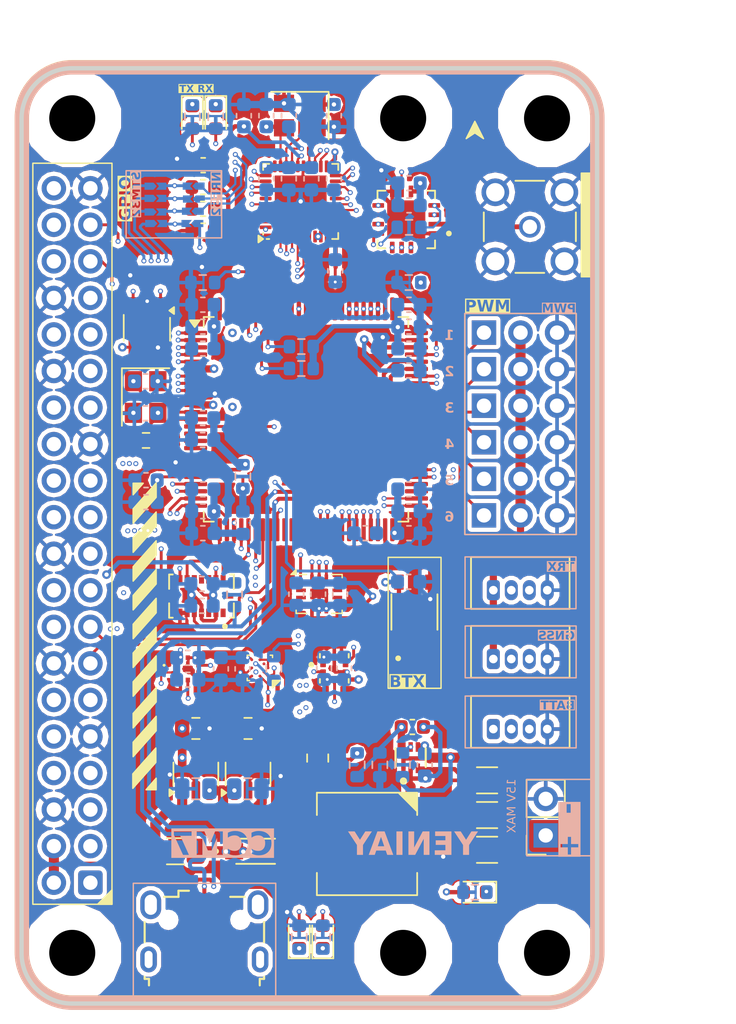
<source format=kicad_pcb>
(kicad_pcb (version 20240108) (generator "pcbnew") (generator_version "8.0")
  (layers (0 "F.Cu" signal) (1 "In1.Cu" signal) (2 "In2.Cu" signal) (31 "B.Cu" signal) (34 "B.Paste" user) (35 "F.Paste" user) (36 "B.SilkS" user "B.Silkscreen") (37 "F.SilkS" user "F.Silkscreen") (38 "B.Mask" user) (39 "F.Mask" user) (44 "Edge.Cuts" user))
  (net 0 "")
  (net 1 "GND")
  (net 2 "+3.3V")
  (net 3 "VREF_CC")
  (net 4 "VDDA_CC")
  (net 5 "Net-(C17-Pad1)")
  (net 6 "Net-(C18-Pad1)")
  (net 7 "NRST")
  (net 8 "HSE_IN")
  (net 9 "Net-(C21-Pad1)")
  (net 10 "Net-(C28-Pad1)")
  (net 11 "Net-(C29-Pad1)")
  (net 12 "+5V")
  (net 13 "DEC3")
  (net 14 "NRF_XC1")
  (net 15 "DEC1")
  (net 16 "USBDEC")
  (net 17 "DEC5")
  (net 18 "DEC4")
  (net 19 "3V3_RF")
  (net 20 "+BATT")
  (net 21 "NRF_XC2")
  (net 22 "Net-(U8-BST)")
  (net 23 "Net-(U8-SW)")
  (net 24 "Net-(U8-FB)")
  (net 25 "Net-(C56-Pad2)")
  (net 26 "LED0")
  (net 27 "LED1")
  (net 28 "Net-(D3-K)")
  (net 29 "Net-(D4-K)")
  (net 30 "Net-(D5-K)")
  (net 31 "NRF_LED0")
  (net 32 "NRF_LED1")
  (net 33 "Net-(D6-K)")
  (net 34 "I2C1_SDA")
  (net 35 "I2C1_SCL")
  (net 36 "PA4")
  (net 38 "J2_32")
  (net 39 "PE5")
  (net 40 "PA0")
  (net 41 "UART2_RX")
  (net 42 "PC14")
  (net 43 "SPI1_MOSI")
  (net 44 "UART4_TX")
  (net 45 "SPI1_MISO")
  (net 46 "I2C2_SCL")
  (net 47 "CAN2_TX")
  (net 48 "PE3")
  (net 49 "PE4")
  (net 50 "I2C2_SDA")
  (net 51 "PE2")
  (net 52 "PC13")
  (net 53 "UART2_TX")
  (net 54 "J2_38")
  (net 55 "PE6")
  (net 56 "SPI1_SCK")
  (net 57 "UART4_RX")
  (net 58 "PA1")
  (net 59 "PC15")
  (net 60 "J2_40")
  (net 61 "CAN2_RX")
  (net 62 "J2_36")
  (net 64 "TIM3_CH4")
  (net 65 "TIM3_CH3")
  (net 66 "TIM3_CH2")
  (net 67 "TIM3_CH1")
  (net 68 "TIM4_CH4")
  (net 69 "TIM4_CH3")
  (net 70 "UART1_RX")
  (net 71 "UART1_TX")
  (net 75 "USB_DM")
  (net 76 "USB_DP")
  (net 79 "UART3_TX")
  (net 80 "UART3_RX")
  (net 81 "SWO")
  (net 82 "SWCLK")
  (net 83 "SWDIO")
  (net 84 "NRF_SWCLK")
  (net 85 "NRF_SWDIO")
  (net 86 "NRF_NRST")
  (net 87 "Net-(L1-Pad2)")
  (net 88 "DCC")
  (net 89 "Net-(U7-ANT1)")
  (net 90 "HSE_OUT")
  (net 91 "Net-(U8-EN)")
  (net 92 "I2C1_IRQ2")
  (net 93 "NRF_PA_MODE")
  (net 94 "Net-(U7-MODE)")
  (net 95 "Net-(U7-ANT2)")
  (net 98 "SPI3_MISO")
  (net 99 "SPI3_SCK")
  (net 101 "SPI1_CS1")
  (net 105 "I2C1_IRQ1")
  (net 112 "SPI1_CS2")
  (net 118 "I2C1_IRQ3")
  (net 120 "SPI3_CS")
  (net 121 "SPI1_CS3")
  (net 124 "SPI3_IRQ")
  (net 126 "SPI3_MOSI")
  (net 137 "NRF_SPI0_SCK")
  (net 138 "NRF_PA_TX_EN")
  (net 140 "NRF_PA_PDN")
  (net 141 "NRF_SPI0_CS")
  (net 143 "NRF_ANT")
  (net 144 "NRF_SPI0_MOSI")
  (net 147 "NRF_PA_RX_EN")
  (net 148 "NRF_SPI0_MISO")
  (net 157 "VIN_5V")
  (net 158 "BOOT0")
  (net 161 "Net-(U5-DRDY)")
  (net 165 "Net-(D2-K)")
  (footprint "Fuse:Fuse_1206_3216Metric" (layer "F.Cu") (at 98.1934 166.7256 180)
    (property "Reference" "F1" (hide yes))
    (property "Value" "Polyfuse")
  )
  (footprint "MountingHole:CCMountingHole" (layer "F.Cu") (at 124.144461 166.827759)
    (property "Reference" "H6")
    (property "Value" "MountingHole")
  )
  (footprint "Connector_PinSocket_2.54mm:PinSocket_1x02_P2.54mm_Vertical" (layer "F.Cu") (at 123.925 165.625 180)
    (property "Reference" "J13" (hide yes))
    (property "Value" "Batt_Pins")
  )
  (footprint "MBR230LSFT1G:SODFL3619X98N" (layer "F.Cu") (at 103.7621 166.7256)
    (property "Reference" "D1" (hide yes))
    (property "Value" "MBR230LSFT1G")
  )
  (footprint "Crystal:Crystal_SMD_3225-4Pin_3.2x2.5mm" (layer "F.Cu") (at 106.835067 115.5985 180)
    (property "Reference" "Y2")
    (property "Value" "32MHz")
  )
  (footprint "MountingHole:CCMountingHole" (layer "F.Cu") (at 124.144356 108.82766)
    (property "Reference" "H1")
    (property "Value" "MountingHole")
  )
  (footprint "jmpertest:jmpertest" (layer "F.Cu") (at 99.3666 121.008 180)
    (property "Reference" "JP8")
    (property "Value" "SWDIO")
  )
  (footprint "jmpertest:jmpertest" (layer "F.Cu") (at 99.381 121.908 180)
    (property "Reference" "JP7")
    (property "Value" "SWDIO")
  )
  (footprint "Capacitor_SMD:C_0201_0603Metric" (layer "F.Cu") (at 118.0948 124.7648 180)
    (property "Reference" "C29" (hide yes))
    (property "Value" "1pF")
  )
  (footprint "Connector_USB:USB_Micro-B_Wuerth_629105150521" (layer "F.Cu") (at 100.2 172.295)
    (property "Reference" "J11")
    (property "Value" "USB_B_Micro")
  )
  (footprint "LPRS_SMA_CONNECTOR:LPRS_SMA_CONNECTOR" (layer "F.Cu") (at 122.822 123.33)
    (property "Reference" "J9")
    (property "Value" "SMA_CONNECTOR")
  )
  (footprint "Package_QFP:LQFP-100_14x14mm_P0.5mm" (layer "F.Cu") (at 107.267 136.707)
    (property "Reference" "U1")
    (property "Value" "STM32H743VITx")
  )
  (footprint "Connector_Hirose:Hirose_DF13-04P-1.25DSA_1x04_P1.25mm_Vertical" (layer "F.Cu") (at 120.284 148.582)
    (property "Reference" "J12" (hide yes))
    (property "Value" "Conn_01x04_Pin")
  )
  (footprint "jmpertest:jmpertest" (layer "F.Cu") (at 96.8881 120)
    (property "Reference" "JP4")
    (property "Value" "SWDIO")
  )
  (footprint "Inductor_SMD:L_0603_1608Metric" (layer "F.Cu") (at 100.117334 122.080866 180)
    (property "Reference" "L1")
    (property "Value" "10uH")
  )
  (footprint "MountingHole:CCMountingHole" (layer "F.Cu") (at 91.144356 166.82766)
    (property "Reference" "H4")
    (property "Value" "MountingHole")
  )
  (footprint "BMI088:PQFN50P450X300X100-16N" (layer "F.Cu") (at 100.0012 148.993 180)
    (property "Reference" "U3")
    (property "Value" "BMI088")
  )
  (footprint "Connector_PinHeader_2.54mm:PinHeader_1x03_P2.54mm_Vertical" (layer "F.Cu") (at 119.634 135.763 90)
    (property "Reference" "J5")
    (property "Value" "Conn_01x03_Pin")
  )
  (footprint "jmpertest:jmpertest" (layer "F.Cu") (at 96.8881 120.846)
    (property "Reference" "JP3")
    (property "Value" "SWDIO")
  )
  (footprint "Connector_PinHeader_2.54mm:PinHeader_1x03_P2.54mm_Vertical" (layer "F.Cu") (at 119.634 130.683 90)
    (property "Reference" "J3")
    (property "Value" "Conn_01x03_Pin")
  )
  (footprint "MountingHole:CCMountingHole" (layer "F.Cu") (at 114.144356 108.82766)
    (property "Reference" "H2")
    (property "Value" "MountingHole")
  )
  (footprint "BMP581:BMP581" (layer "F.Cu") (at 99.05 154.05)
    (property "Reference" "U11")
    (property "Value" "BMP581")
  )
  (footprint "Inductor_SMD:L_Changjiang_FXL0650" (layer "F.Cu") (at 111.506 166.2176 180)
    (property "Reference" "L3")
    (property "Value" "3.3uH")
  )
  (footprint "Inductor_SMD:L_0201_0603Metric" (layer "F.Cu") (at 118.1252 122.72)
    (property "Reference" "L6" (hide yes))
    (property "Value" "1.9nH")
  )
  (footprint "Capacitor_SMD:C_0805_2012Metric" (layer "F.Cu") (at 99.6086 158.1912)
    (property "Reference" "C45")
    (property "Value" "1uF")
  )
  (footprint "LED_SMD:LED_0603_1608Metric" (layer "F.Cu") (at 100.9904 115.7225 -90)
    (property "Reference" "D6")
    (property "Value" "LED")
  )
  (footprint "MountingHole:CCMountingHole" (layer "F.Cu") (at 114.144356 166.82766)
    (property "Reference" "H5")
    (property "Value" "MountingHole")
  )
  (footprint "Connector_IDC:IDC-Header_2x20_P2.54mm_Vertical" (layer "F.Cu") (at 92.2782 168.91 180)
    (property "Reference" "J2" (hide yes))
    (property "Value" "~" (hide yes))
  )
  (footprint "Connector_PinHeader_2.54mm:PinHeader_1x03_P2.54mm_Vertical" (layer "F.Cu") (at 119.634 140.843 90)
    (property "Reference" "J7")
    (property "Value" "Conn_01x03_Pin")
  )
  (footprint "Inductor_SMD:L_0201_0603Metric" (layer "F.Cu") (at 118.0948 123.952)
    (property "Reference" "L7" (hide yes))
    (property "Value" "3.0nH")
  )
  (footprint "LED_SMD:LED_0603_1608Metric" (layer "F.Cu") (at 119.005 169.57 180)
    (property "Reference" "D2" (hide yes))
    (property "Value" "LED")
  )
  (footprint "Capacitor_SMD:C_0603_1608Metric" (layer "F.Cu") (at 100.117334 123.5964 180)
    (property "Reference" "C33")
    (property "Value" "100nF")
  )
  (footprint "LED_SMD:LED_0603_1608Metric" (layer "F.Cu") (at 99.3648 115.7225 -90)
    (property "Reference" "D5")
    (property "Value" "LED")
  )
  (footprint "Capacitor_SMD:C_1206_3216Metric" (layer "F.Cu") (at 119.8502 166.624)
    (property "Reference" "C57" (hide yes))
    (property "Value" "10uF")
  )
  (footprint "jmpertest:jmpertest" (layer "F.Cu") (at 96.8881 121.792)
    (property "Reference" "JP2")
    (property "Value" "SWDIO")
  )
  (footprint "jmpertest:jmpertest" (layer "F.Cu") (at 99.3119 122.754 180)
    (property "Reference" "JP6")
    (property "Value" "SWDIO")
  )
  (footprint "Connector_Hirose:Hirose_DF13-04P-1.25DSA_1x04_P1.25mm_Vertical" (layer "F.Cu") (at 120.284 153.3652)
    (property "Reference" "J10" (hide yes))
    (property "Value" "Conn_01x04_Pin")
  )
  (footprint "jmpertest:jmpertest" (layer "F.Cu") (at 96.9334 122.592)
    (property "Reference" "JP1")
    (property "Value" "SWDIO")
  )
  (footprint "Crystal:Crystal_SMD_3225-4Pin_3.2x2.5mm" (layer "F.Cu") (at 96.117 135.157 -90)
    (property "Reference" "Y1")
    (property "Value" "32MHz")
  )
  (footprint "Capacitor_SMD:C_0201_0603Metric" (layer "F.Cu") (at 118.1252 121.9072 180)
    (property "Reference" "C28" (hide yes))
    (property "Value" "2pF")
  )
  (footprint "Package_LGA:Bosch_LGA-14_3x2.5mm_P0.5mm" (layer "F.Cu") (at 108.1785 148.844)
    (property "Reference" "U12")
    (property "Value" "IIM-42652")
  )
  (footprint "LED_SMD:LED_0603_1608Metric" (layer "F.Cu") (at 108.43 172.68 90)
    (property "Reference" "D3" (hide yes))
    (property "Value" "LED")
  )
  (footprint "Connector_PinHeader_2.54mm:PinHeader_1x03_P2.54mm_Vertical" (layer "F.Cu") (at 119.634 133.223 90)
    (property "Reference" "J4")
    (property "Value" "Conn_01x03_Pin")
  )
  (footprint "TPS562246DRLR:DRL0006A-MFG" (layer "F.Cu") (at 114.536601 160.219799 90)
    (property "Reference" "U8")
    (property "Value" "TPS562246DRLR")
  )
  (footprint "MountingHole:CCMountingHole" (layer "F.Cu") (at 91.144471 108.827769)
    (property "Reference" "H3")
    (property "Value" "MountingHole")
  )
  (footprint "Capacitor_SMD:C_0805_2012Metric" (layer "F.Cu") (at 108.077 160.2486 -90)
    (property "Reference" "C56")
    (property "Value" "22uF")
  )
  (footprint "Package_TO_SOT_SMD:SOT-23-5" (layer "F.Cu") (at 103.2358 161.3607 90)
    (property "Reference" "U10" (hide yes))
    (property "Value" "ME6211C33M5")
  )
  (footprint "Resistor_SMD:R_0603_1608Metric" (layer "F.Cu") (at 96.145192 138.176)
    (property "Reference" "R3")
    (property "Value" "620R")
  )
  (footprint "Capacitor_SMD:C_0603_1608Metric" (layer "F.Cu") (at 114.6556 158.0896)
    (property "Reference" "C49")
    (property "Value" "47pF")
  )
  (footprint "ICP-20100:PQFN50P200X200X85-10N" (layer "F.Cu") (at 109.231 154.011)
    (property "Reference" "U4")
    (property "Value" "ICP-20100")
  )
  (footprint "jmpertest:jmpertest" (layer "F.Cu") (at 99.281 123.608 180)
    (property "Reference" "JP5")
    (property "Value" "SWDIO")
  )
  (footprint "LED_SMD:LED_0603_1608Metric" (layer "F.Cu") (at 106.79 172.68 90)
    (property "Reference" "D4" (hide yes))
    (property "Value" "LED")
  )
  (footprint "Capacitor_SMD:C_1206_3216Metric" (layer "F.Cu") (at 119.8502 161.798)
    (property "Reference" "C43" (hide yes))
    (property "Value" "10uF")
  )
  (footprint "Package_CSP:WLCSP-12_1.56x1.56mm_P0.4mm" (layer "F.Cu") (at 104.058 153.983 180)
    (property "Reference" "U5" (hide yes))
    (property "Value" "BMM150")
  )
  (footprint "Connector_PinHeader_2.54mm:PinHeader_1x03_P2.54mm_Vertical" (layer "F.Cu") (at 119.634 138.303 90)
    (property "Reference" "J6")
    (property "Value" "Conn_01x03_Pin")
  )
  (footprint "Capacitor_SMD:C_0603_1608Metric" (layer "F.Cu") (at 100.117334 119.0498 180)
    (property "Reference" "C36")
    (property "Value" "1uF")
  )
  (footprint "Inductor_SMD:L_0603_1608Metric" (layer "F.Cu") (at 100.117334 120.565333)
    (property "Reference" "L2")
    (property "Value" "15nH")
  )
  (footprint "Package_TO_SOT_SMD:SOT-23-5_HandSoldering" (layer "F.Cu") (at 96.205 130.349 -90)
    (property "Reference" "U2")
    (property "Value" "24AA64T-I/OT")
  )
  (footprint "nRF21540:QFN65P400X400X95-17N" (layer "F.Cu") (at 114.2336 122.8188 180)
    (property "Reference" "U7")
    (property "Value" "NRF21540-QDAA-R7")
  )
  (footprint "Connector_PinHeader_2.54mm:PinHeader_1x03_P2.54mm_Vertical" (layer "F.Cu") (at 119.634 143.383 90)
    (property "Reference" "J8")
    (property "Value" "Conn_01x03_Pin")
  )
  (footprint "Package_DFN_QFN:QFN-40-1EP_5x5mm_P0.4mm_EP3.6x3.6mm" (layer "F.Cu") (at 106.894567 121.5653 90)
    (property "Reference" "U6")
    (property "Value" "nRF52820-QDxx")
  )
  (footprint "Capacitor_SMD:C_0805_2012Metric" (layer "F.Cu") (at 103.2358 158.1912)
    (property "Reference" "C50" (hide yes))
    (property "Value" "1uF")
  )
  (footprint "Package_TO_SOT_SMD:SOT-23-5" (layer "F.Cu") (at 99.6086 161.3607 90)
    (property "Reference" "U9" (hide yes))
    (property "Value" "ME6211C33M5")
  )
  (footprint "SW_SKRPABE010:SW_SKRPABE010" (layer "F.Cu") (at 114.8 150.1 90)
    (property "Reference" "S1")
    (property "Value" "SKRPABE010")
  )
  (footprint "Capacitor_SMD:C_1206_3216Metric" (layer "F.Cu") (at 119.8502 164.211)
    (property "Reference" "C47" (hide yes))
    (property "Value" "100nF")
  )
  (footprint "Connector_Hirose:Hirose_DF13-04P-1.25DSA_1x04_P1.25mm_Vertical" (layer "F.Cu") (at 120.284 158.234)
    (property "Reference" "J1" (hide yes))
    (property "Value" "Conn_01x04_Pin")
  )
  (footprint "Inductor_SMD:L_0603_1608Metric" (layer "B.Cu") (at 102.876192 143.897376 90)
    (property "Reference" "FB1")
    (property "Value" "FerriteBead")
  )
  (footprint "Capacitor_SMD:C_0603_1608Metric" (layer "B.Cu") (at 101.35 154.05 90)
    (property "Reference" "C27" (hide yes))
    (property "Value" "100nF")
  )
  (footprint "Resistor_SMD:R_0603_1608Metric" (layer "B.Cu") (at 114.4148 127.2032 180)
    (property "Reference" "R16")
    (property "Value" "50R")
  )
  (footprint "Resistor_SMD:R_0603_1608Metric" (layer "B.Cu") (at 105.03 154.025 90)
    (property "Reference" "R11" (hide yes))
    (property "Value" "1k")
  )
  (footprint "Capacitor_SMD:C_0603_1608Metric" (layer "B.Cu") (at 100.0362 149.669 180)
    (property "Reference" "C24")
    (property "Value" "100nF")
  )
  (footprint "Resistor_SMD:R_0603_1608Metric" (layer "B.Cu") (at 112.395 160.718 -90)
    (property "Reference" "R13")
    (property "Value" "30K")
  )
  (footprint "Capacitor_SMD:C_0805_2012Metric" (layer "B.Cu") (at 103.2256 162.3822)
    (property "Reference" "C46")
    (property "Value" "1uF")
  )
  (footprint "Capacitor_SMD:C_0603_1608Metric" (layer "B.Cu") (at 99.046 153.282)
    (property "Reference" "C54")
    (property "Value" "100nF")
  )
  (footprint "Capacitor_SMD:C_0603_1608Metric" (layer "B.Cu") (at 114.420192 131.793876)
    (property "Reference" "C10" (hide yes))
    (property "Value" "100nF")
  )
  (footprint "Capacitor_SMD:C_0603_1608Metric" (layer "B.Cu") (at 100.095192 141.572876 180)
    (property "Reference" "C3" (hide yes))
    (property "Value" "100nF")
  )
  (footprint "Capacitor_SMD:C_0603_1608Metric" (layer "B.Cu") (at 104.506067 115.6019 -90)
    (property "Reference" "C44")
    (property "Value" "16pF")
  )
  (footprint "Resistor_SMD:R_0603_1608Metric" (layer "B.Cu") (at 102.3 148.9 90)
    (property "Reference" "R7" (hide yes))
    (property "Value" "1.5k")
  )
  (footprint "Resistor_SMD:R_0603_1608Metric" (layer "B.Cu") (at 113.9698 160.717 -90)
    (property "Reference" "R10")
    (property "Value" "100K")
  )
  (footprint "Capacitor_SMD:C_0603_1608Metric" (layer "B.Cu") (at 96.12 134.07)
    (property "Reference" "C20")
    (property "Value" "16pF")
  )
  (footprint "Capacitor_SMD:C_0603_1608Metric" (layer "B.Cu") (at 109.92 154.011 -90)
    (property "Reference" "C25")
    (property "Value" "100nF")
  )
  (footprint "Capacitor_SMD:C_0603_1608Metric" (layer "B.Cu") (at 100.095192 131.793876 180)
    (property "Reference" "C9")
    (property "Value" "100nF")
  )
  (footprint "Capacitor_SMD:C_0603_1608Metric" (layer "B.Cu") (at 100.095192 144.620876 180)
    (property "Reference" "C5" (hide yes))
    (property "Value" "100nF")
  )
  (footprint "Capacitor_SMD:C_0603_1608Metric" (layer "B.Cu") (at 114.420192 128.745876)
    (property "Reference" "C12" (hide yes))
    (property "Value" "100nF")
  )
  (footprint "Capacitor_SMD:C_0603_1608Metric" (layer "B.Cu") (at 100.082192 136.619876 180)
    (property "Reference" "C13")
    (property "Value" "1uF")
  )
  (footprint "Capacitor_SMD:C_0603_1608Metric" (layer "B.Cu") (at 100.095192 143.096876 180)
    (property "Reference" "C4" (hide yes))
    (property "Value" "100nF")
  )
  (footprint "Capacitor_SMD:C_0603_1608Metric" (layer "B.Cu") (at 96.11 136.29 180)
    (property "Reference" "C21")
    (property "Value" "16pF")
  )
  (footprint "Capacitor_SMD:C_0603_1608Metric" (layer "B.Cu") (at 106.587 148.857 -90)
    (property "Reference" "C51" (hide yes))
    (property "Value" "C_Small")
  )
  (footprint "Capacitor_SMD:C_0603_1608Metric" (layer "B.Cu") (at 107.637733 119.9933 -90)
    (property "Reference" "C38")
    (property "Value" "100nF")
  )
  (footprint "Capacitor_SMD:C_0603_1608Metric" (layer "B.Cu") (at 114.420192 141.572876)
    (property "Reference" "C8")
    (property "Value" "100nF")
  )
  (footprint "Capacitor_SMD:C_0603_1608Metric" (layer "B.Cu") (at 109.205067 119.9933 -90)
    (property "Reference" "C35")
    (property "Value" "820pF")
  )
  (footprint "Capacitor_SMD:C_0603_1608Metric" (layer "B.Cu") (at 114.427 120.2944 180)
    (property "Reference" "C41")
    (property "Value" "100nF")
  )
  (footprint "Capacitor_SMD:C_0603_1608Metric" (layer "B.Cu") (at 109.2962 126.3904 90)
    (property "Reference" "C34")
    (property "Value" "4.7uF")
  )
  (footprint "Resistor_SMD:R_0603_1608Metric" (layer "B.Cu") (at 106.940192 131.652376)
    (property "Reference" "R4")
    (property "Value" "4.7k")
  )
  (footprint "Capacitor_SMD:C_0603_1608Metric" (layer "B.Cu") (at 100.0362 148.145 180)
    (property "Reference" "C22")
    (property "Value" "100nF")
  )
  (footprint "Capacitor_SMD:C_0603_1608Metric" (layer "B.Cu") (at 114.4 148)
    (property "Reference" "C19")
    (property "Value" "100nF")
  )
  (footprint "Resistor_SMD:R_0603_1608Metric" (layer "B.Cu") (at 100.0882 127.2032 180)
    (property "Reference" "R6" (hide yes))
    (property "Value" "10k")
  )
  (footprint "Capacitor_SMD:C_0805_2012Metric" (layer "B.Cu") (at 99.6086 162.3822 180)
    (property "Reference" "C30")
    (property "Value" "1uF")
  )
  (footprint "Resistor_SMD:R_0603_1608Metric" (layer "B.Cu") (at 119.005 169.57)
    (property "Reference" "R14" (hide yes))
    (property "Value" "1.5k")
  )
  (footprint "Capacitor_SMD:C_0603_1608Metric" (layer "B.Cu") (at 100.095192 128.745876 180)
    (property "Reference" "C1")
    (property "Value" "10uF")
  )
  (footprint "Capacitor_SMD:C_0603_1608Metric" (layer "B.Cu") (at 96.145192 140.937876 180)
    (property "Reference" "C15")
    (property "Value" "1uF")
  )
  (footprint "Resistor_SMD:R_0603_1608Metric" (layer "B.Cu") (at 114.427 123.3678)
    (property "Reference" "R15")
    (property "Value" "10k")
  )
  (footprint "Capacitor_SMD:C_0603_1608Metric" (layer "B.Cu") (at 96.145192 142.461876 180)
    (property "Reference" "C16")
    (property "Value" "100nF")
  )
  (footprint "Resistor_SMD:R_0603_1608Metric" (layer "B.Cu") (at 99.3648 115.6825 90)
    (property "Reference" "R2")
    (property "Value" "1.5k")
  )
  (footprint "Capacitor_SMD:C_0603_1608Metric" (layer "B.Cu") (at 106.0704 119.9933 90)
    (property "Reference" "C40")
    (property "Value" "4.7uF")
  )
  (footprint "Resistor_SMD:R_0603_1608Metric" (layer "B.Cu") (at 108.43 172.7 -90)
    (property "Reference" "R8" (hide yes))
    (property "Value" "1.5k")
  )
  (footprint "Capacitor_SMD:C_0603_1608Metric" (layer "B.Cu") (at 108.52 154.011 -90)
    (property "Reference" "C23")
    (property "Value" "100nF")
  )
  (footprint "Capacitor_SMD:C_0603_1608Metric" (layer "B.Cu") (at 100.082192 138.143876 180)
    (property "Reference" "C14")
    (property "Value" "100nF")
  )
  (footprint "Capacitor_SMD:C_0603_1608Metric" (layer "B.Cu") (at 114.420192 143.096876)
    (property "Reference" "C7")
    (property "Value" "100nF")
  )
  (footprint "Capacitor_SMD:C_0603_1608Metric" (layer "B.Cu") (at 114.420192 133.317876)
    (property "Reference" "C18")
    (property "Value" "2.2uF")
  )
  (footprint "Resistor_SMD:R_0603_1608Metric" (layer "B.Cu") (at 102.876192 140.683876 90)
    (property "Reference" "R1")
    (property "Value" "4k7")
  )
  (footprint "Resistor_SMD:R_0603_1608Metric" (layer "B.Cu") (at 106.940192 133.176376)
    (property "Reference" "R5")
    (property "Value" "4.7k")
  )
  (footprint "Capacitor_SMD:C_0603_1608Metric" (layer "B.Cu") (at 115.5192 160.7178 90)
    (property "Reference" "C48")
    (property "Value" "100nF")
  )
  (footprint "Resistor_SMD:R_0603_1608Metric" (layer "B.Cu") (at 110.8202 160.717 -90)
    (property "Reference" "R12")
    (property "Value" "220K")
  )
  (footprint "Capacitor_SMD:C_0603_1608Metric" (layer "B.Cu") (at 108.111 148.857 -90)
    (property "Reference" "C52" (hide yes))
    (property "Value" "C_Small")
  )
  (footprint "Capacitor_SMD:C_0603_1608Metric" (layer "B.Cu") (at 109.635 148.857 -90)
    (property "Reference" "C53" (hide yes))
    (property "Value" "C_Small")
  )
  (footprint "Capacitor_SMD:C_0603_1608Metric" (layer "B.Cu") (at 111.385192 144.620876 180)
    (property "Reference" "C17")
    (property "Value" "2.2uF")
  )
  (footprint "Capacitor_SMD:C_0603_1608Metric" (layer "B.Cu") (at 99.046 154.806)
    (property "Reference" "C55")
    (property "Value" "100nF")
  )
  (footprint "Capacitor_SMD:C_0603_1608Metric" (layer "B.Cu") (at 109.205067 115.6019 90)
    (property "Reference" "C32")
    (property "Value" "16pF")
  )
  (footprint "Capacitor_SMD:C_0603_1608Metric" (layer "B.Cu") (at 102.85 154.05 90)
    (property "Reference" "C26" (hide yes))
    (property "Value" "100nF")
  )
  (footprint "Capacitor_SMD:C_0603_1608Metric" (layer "B.Cu") (at 114.420192 144.620876)
    (property "Reference" "C6")
    (property "Value" "100nF")
  )
  (footprint "Capacitor_SMD:C_0603_1608Metric" (layer "B.Cu") (at 104.503067 119.9803 90)
    (property "Reference" "C39")
    (property "Value" "1uF")
  )
  (footprint "Capacitor_SMD:C_0603_1608Metric" (layer "B.Cu") (at 102.9462 115.6078 90)
    (property "Reference" "C37")
    (property "Value" "47nF")
  )
  (footprint "Capacitor_SMD:C_0603_1608Metric" (layer "B.Cu") (at 106.0724 115.6019 90)
    (property "Reference" "C31")
    (property "Value" "100pF")
  )
  (footprint "Capacitor_SMD:C_0603_1608Metric" (layer "B.Cu") (at 100.095192 130.269876 180)
    (property "Reference" "C2")
    (property "Value" "100nF")
  )
  (footprint "Capacitor_SMD:C_0603_1608Metric" (layer "B.Cu") (at 114.427 121.8408 180)
    (property "Reference" "C42")
    (property "Value" "100nF")
  )
  (footprint "Resistor_SMD:R_0603_1608Metric" (layer "B.Cu") (at 106.79 172.7 -90)
    (property "Reference" "R9" (hide yes))
    (property "Value" "1.5k")
  )
  (footprint "Capacitor_SMD:C_0603_1608Metric" (layer "B.Cu") (at 114.420192 130.269876)
    (property "Reference" "C11" (hide yes))
    (property "Value" "100nF")
  )
  (footprint "Resistor_SMD:R_0603_1608Metric" (layer "B.Cu") (at 100.9904 115.6825 90)
    (property "Reference" "R17")
    (property "Value" "1.5k")
  )
  (gr_poly (pts (xy 120.75 160) (xy 122.35 161.5) (xy 122.35 164.65) (xy 125 164.65) (xy 125 167.85) (xy 119.9 167.85) (xy 119.9 160)) (stroke (width 0.2)) (fill solid) (layer "F.Cu") (net 20))
  (gr_rect (start 122.61 161.73) (end 127.2 167.04) (stroke (width 0.1)) (fill none) (layer "B.SilkS"))
  (gr_rect (start 95.26 168.95) (end 105.16 176.93) (stroke (width 0.1)) (fill none) (layer "B.SilkS"))
  (gr_rect (start 118.32 146.27) (end 126.03 149.87) (stroke (width 0.1)) (fill none) (layer "B.SilkS"))
  (gr_rect (start 118.304 129.353) (end 126.044 144.713) (stroke (width 0.1)) (fill none) (layer "B.SilkS"))
  (gr_rect (start 94.76 119.43) (end 101.4 124.1) (stroke (width 0.1)) (fill none) (layer "B.SilkS"))
  (gr_rect (start 118.33 155.94) (end 126.04 159.54) (stroke (width 0.1)) (fill none) (layer "B.SilkS"))
  (gr_rect (start 118.33 151.07) (end 126.04 154.67) (stroke (width 0.1)) (fill none) (layer "B.SilkS"))
  (gr_poly (pts (xy 124.014657 177.249272) (xy 124.197965 177.24696) (xy 124.562572 177.208647) (xy 124.921177 177.13243) (xy 125.26985 177.019146) (xy 125.604772 176.870035) (xy 125.922271 176.686731) (xy 126.218871 176.471242) (xy 126.491319 176.22593) (xy 126.736633 175.953482) (xy 126.952123 175.656884) (xy 127.135429 175.339385) (xy 127.284541 175.004464) (xy 127.397827 174.655791) (xy 127.474045 174.297187) (xy 127.51236 173.932579) (xy 127.514657 173.749272) (xy 127.514657 115.749272) (xy 127.512342 115.565965) (xy 127.474023 115.20136) (xy 127.397802 114.842757) (xy 127.284514 114.494086) (xy 127.135401 114.159167) (xy 126.952096 113.841669) (xy 126.736607 113.545072) (xy 126.491296 113.272623) (xy 126.21885 113.02731) (xy 125.922255 112.811819) (xy 125.604759 112.628511) (xy 125.269841 112.479394) (xy 124.921171 112.366103) (xy 124.562569 112.289879) (xy 124.197964 112.251556) (xy 124.014657 112.249272) (xy 91.014657 112.249272) (xy 90.831357 112.251675) (xy 90.466766 112.290004) (xy 90.108179 112.366231) (xy 89.759524 112.479522) (xy 89.42462 112.628637) (xy 89.107138 112.81194) (xy 88.810554 113.027424) (xy 88.538118 113.272728) (xy 88.292815 113.545165) (xy 88.077332 113.84175) (xy 87.89403 114.159234) (xy 87.744918 114.494138) (xy 87.631628 114.842794) (xy 87.555402 115.201381) (xy 87.517075 115.565972) (xy 87.514657 115.749272) (xy 87.514657 173.749272) (xy 87.517057 173.932573) (xy 87.555379 174.297165) (xy 87.631602 174.655755) (xy 87.74489 175.004413) (xy 87.894002 175.339318) (xy 88.077305 175.656803) (xy 88.292789 175.953389) (xy 88.538094 176.225826) (xy 88.810533 176.471128) (xy 89.10712 176.68661) (xy 89.424607 176.869909) (xy 89.759514 177.019018) (xy 90.108173 177.132303) (xy 90.466763 177.208523) (xy 90.831356 177.246842) (xy 91.014657 177.249272)) (stroke (width 1)) (fill none) (layer "B.SilkS"))
  (gr_rect (start 126.4 119.6) (end 127.2 126.8) (stroke (width 0.1)) (fill solid) (layer "F.SilkS"))
  (gr_poly (pts (xy 124.01 177.236649) (xy 124.193308 177.234337) (xy 124.557915 177.196024) (xy 124.91652 177.119807) (xy 125.265193 177.006523) (xy 125.600115 176.857412) (xy 125.917614 176.674108) (xy 126.214214 176.458619) (xy 126.486662 176.213307) (xy 126.731976 175.940859) (xy 126.947466 175.644261) (xy 127.130772 175.326762) (xy 127.279884 174.991841) (xy 127.39317 174.643168) (xy 127.469388 174.284564) (xy 127.507703 173.919956) (xy 127.51 173.736649) (xy 127.51 115.736649) (xy 127.507685 115.553342) (xy 127.469366 115.188737) (xy 127.393145 114.830134) (xy 127.279857 114.481463) (xy 127.130744 114.146544) (xy 126.947439 113.829046) (xy 126.73195 113.532449) (xy 126.486639 113.26) (xy 126.214193 113.014687) (xy 125.917598 112.799196) (xy 125.600102 112.615888) (xy 125.265184 112.466771) (xy 124.916514 112.35348) (xy 124.557912 112.277256) (xy 124.193307 112.238933) (xy 124.01 112.236649) (xy 91.01 112.236649) (xy 90.8267 112.239052) (xy 90.462109 112.277381) (xy 90.103522 112.353608) (xy 89.754867 112.466899) (xy 89.419963 112.616014) (xy 89.102481 112.799317) (xy 88.805897 113.014801) (xy 88.533461 113.260105) (xy 88.288158 113.532542) (xy 88.072675 113.829127) (xy 87.889373 114.146611) (xy 87.740261 114.481515) (xy 87.626971 114.830171) (xy 87.550745 115.188758) (xy 87.512418 115.553349) (xy 87.51 115.736649) (xy 87.51 173.736649) (xy 87.5124 173.91995) (xy 87.550722 174.284542) (xy 87.626945 174.643132) (xy 87.740233 174.99179) (xy 87.889345 175.326695) (xy 88.072648 175.64418) (xy 88.288132 175.940766) (xy 88.533437 176.213203) (xy 88.805876 176.458505) (xy 89.102463 176.673987) (xy 89.41995 176.857286) (xy 89.754857 177.006395) (xy 90.103516 177.11968) (xy 90.462106 177.1959) (xy 90.826699 177.234219) (xy 91.01 177.236649)) (stroke (width 1)) (fill none) (layer "F.SilkS"))
  (gr_poly (pts (xy 95.25 148.95) (xy 95.25 149.95) (xy 96.85 148.15) (xy 96.85 147.15)) (stroke (width 0.1)) (fill solid) (layer "F.SilkS"))
  (gr_rect (start 112.975 146.3) (end 116.65 155.4) (stroke (width 0.1)) (fill none) (layer "F.SilkS"))
  (gr_poly (pts (xy 96.85 161.65) (xy 96.85 162.45) (xy 96.15 162.45)) (stroke (width 0.1)) (fill solid) (layer "F.SilkS"))
  (gr_poly (pts (xy 95.25 154.95) (xy 95.25 155.95) (xy 96.85 154.15) (xy 96.85 153.15)) (stroke (width 0.1)) (fill solid) (layer "F.SilkS"))
  (gr_poly (pts (xy 95.25 159.15) (xy 95.25 160.15) (xy 96.85 158.35) (xy 96.85 157.35)) (stroke (width 0.1)) (fill solid) (layer "F.SilkS"))
  (gr_poly (pts (xy 95.226552 161.351379) (xy 95.226552 162.351379) (xy 96.826552 160.551379) (xy 96.826552 159.551379)) (stroke (width 0.1)) (fill solid) (layer "F.SilkS"))
  (gr_poly (pts (xy 95.25 142.927931) (xy 95.25 143.927931) (xy 96.85 142.127931) (xy 96.85 141.127931)) (stroke (width 0.1)) (fill solid) (layer "F.SilkS"))
  (gr_poly (pts (xy 113.73 162.71) (xy 114.93 163.91) (xy 114.93 162.71)) (stroke (width 0.1)) (fill solid) (layer "F.SilkS"))
  (gr_rect (start 118.304 129.353) (end 126.044 144.713) (stroke (width 0.1)) (fill none) (layer "F.SilkS"))
  (gr_poly (pts (xy 118.4 117.2) (xy 119 116) (xy 119.6 117.2) (xy 119 116.8)) (stroke (width 0.1)) (fill solid) (layer "F.SilkS"))
  (gr_poly (pts (xy 95.25 141.95) (xy 95.25 141.15) (xy 95.95 141.15)) (stroke (width 0.1)) (fill solid) (layer "F.SilkS"))
  (gr_poly (pts (xy 95.25 146.95) (xy 95.25 147.95) (xy 96.85 146.15) (xy 96.85 145.15)) (stroke (width 0.1)) (fill solid) (layer "F.SilkS"))
  (gr_poly (pts (xy 95.25 152.95) (xy 95.25 153.95) (xy 96.85 152.15) (xy 96.85 151.15)) (stroke (width 0.1)) (fill solid) (layer "F.SilkS"))
  (gr_poly (pts (xy 95.25 150.95) (xy 95.25 151.95) (xy 96.85 150.15) (xy 96.85 149.15)) (stroke (width 0.1)) (fill solid) (layer "F.SilkS"))
  (gr_poly (pts (xy 95.25 157.15) (xy 95.25 158.15) (xy 96.85 156.35) (xy 96.85 155.35)) (stroke (width 0.1)) (fill solid) (layer "F.SilkS"))
  (gr_poly (pts (xy 95.25 144.95) (xy 95.25 145.95) (xy 96.85 144.15) (xy 96.85 143.15)) (stroke (width 0.1)) (fill solid) (layer "F.SilkS"))
  (gr_line (start 123.994808 177.310075) (end 90.994819 177.310075) (stroke (width 0.3)) (layer "Edge.Cuts"))
  (gr_line (start 127.494808 115.830617) (end 127.494808 173.810124) (stroke (width 0.3)) (layer "Edge.Cuts"))
  (gr_arc (start 87.494808 115.810124) (mid 88.527372 113.327847) (end 91.015751 112.310075) (stroke (width 0.3)) (layer "Edge.Cuts"))
  (gr_arc (start 127.494808 173.810124) (mid 126.469675 176.284958) (end 123.994808 177.310075) (stroke (width 0.3)) (layer "Edge.Cuts"))
  (gr_line (start 87.494808 173.793291) (end 87.494808 115.810124) (stroke (width 0.3)) (layer "Edge.Cuts"))
  (gr_arc (start 123.994819 112.310075) (mid 126.476933 113.342501) (end 127.494808 115.830617) (stroke (width 0.3)) (layer "Edge.Cuts"))
  (gr_arc (start 90.994819 177.310075) (mid 88.514 176.279011) (end 87.494808 173.793291) (stroke (width 0.3)) (layer "Edge.Cuts"))
  (gr_line (start 91.015751 112.310075) (end 123.994819 112.310075) (stroke (width 0.3)) (layer "Edge.Cuts"))
  (gr_text "15V MAX" (at 121.925 161.675 90) (layer "B.SilkS") (effects (font (size 0.6 0.6) (thickness 0.1)) (justify left bottom mirror)))
  (gr_text "YENIAY" (at 119.2 167.25 0) (layer "B.SilkS") (effects (font (size 1.6 1.6) (thickness 0.125) (bold yes)) (justify left bottom mirror)))
  (gr_text "CCM7" (at 104.975 167.25 0) (layer "B.SilkS" knockout) (effects (font (size 1.6 1.6) (thickness 0.125) (bold yes)) (justify left bottom mirror)))
  (gr_text "4" (at 117.57 138.882 0) (layer "B.SilkS") (effects (font (size 0.7 0.7) (thickness 0.125) (bold yes)) (justify left bottom mirror)))
  (gr_text "5" (at 117.57 141.406 0) (layer "B.SilkS") (effects (font (size 0.7 0.7) (thickness 0.125) (bold yes)) (justify left bottom mirror)))
  (gr_text "GNSS" (at 125.95 152.12 0) (layer "B.SilkS" knockout) (effects (font (size 0.6 0.6) (thickness 0.125) (bold yes)) (justify left bottom mirror)))
  (gr_text "NRF52" (at 101.42 119.49 90) (layer "B.SilkS" knockout) (effects (font (size 0.6 0.6) (thickness 0.125) (bold yes)) (justify left bottom mirror)))
  (gr_text "2" (at 117.57 133.834 0) (layer "B.SilkS") (effects (font (size 0.7 0.7) (thickness 0.125) (bold yes)) (justify left bottom mirror)))
  (gr_text "PWM" (at 126.028 129.38 0) (layer "B.SilkS" knockout) (effects (font (size 0.6 0.6) (thickness 0.125) (bold yes)) (justify left bottom mirror)))
  (gr_text "BATT" (at 125.96 156.97 0) (layer "B.SilkS" knockout) (effects (font (size 0.6 0.6) (thickness 0.125) (bold yes)) (justify left bottom mirror)))
  (gr_text "3" (at 117.57 136.358 0) (layer "B.SilkS") (effects (font (size 0.7 0.7) (thickness 0.125) (bold yes)) (justify left bottom mirror)))
  (gr_text "1" (at 117.57 131.31 0) (layer "B.SilkS") (effects (font (size 0.7 0.7) (thickness 0.125) (bold yes)) (justify left bottom mirror)))
  (gr_text "TRX" (at 125.92 147.34 0) (layer "B.SilkS" knockout) (effects (font (size 0.6 0.6) (thickness 0.125) (bold yes)) (justify left bottom mirror)))
  (gr_text "STM32" (at 95.83 119.49 90) (layer "B.SilkS" knockout) (effects (font (size 0.6 0.6) (thickness 0.125) (bold yes)) (justify left bottom mirror)))
  (gr_text "6" (at 117.57 143.93 0) (layer "B.SilkS") (effects (font (size 0.7 0.7) (thickness 0.125) (bold yes)) (justify left bottom mirror)))
  (gr_text "+  -" (at 124.72 167.16 270) (layer "B.SilkS" knockout) (effects (font (size 1.4 1.4) (thickness 0.125) (bold yes)) (justify left bottom mirror)))
  (gr_text "TX RX" (at 98.46 114.06 0) (layer "F.SilkS" knockout) (effects (font (size 0.5 0.5) (thickness 0.125) (bold yes)) (justify left bottom)))
  (gr_text "GPIO" (at 95.22 122.92 90) (layer "F.SilkS" knockout) (effects (font (size 0.8 0.8) (thickness 0.125) (bold yes)) (justify left bottom)))
  (gr_text "PWM" (at 118.304 129.353 0) (layer "F.SilkS" knockout) (effects (font (size 0.8 0.8) (thickness 0.125) (bold yes)) (justify left bottom)))
  (gr_text "BTX" (at 113.05 155.45 0) (layer "F.SilkS" knockout) (effects (font (size 0.8 0.8) (thickness 0.125) (bold yes)) (justify left bottom)))
  (segment (start 103.175 154.3) (end 103.492 153.983) (width 0.15) (layer "F.Cu") (net 1))
  (segment (start 102.69 154.31) (end 102.7 154.3) (width 0.2) (layer "F.Cu") (net 1))
  (segment (start 99.05 153.275) (end 99.55 153.275) (width 0.2) (layer "F.Cu") (net 1))
  (segment (start 112.5 121.0852) (end 112.5 119.4) (width 0.3) (layer "F.Cu") (net 1))
  (segment (start 108.006667 116.3769) (end 107.935067 116.4485) (width 0.3) (layer "F.Cu") (net 1))
  (segment (start 101.0012 150.578) (end 101.0012 150.158) (width 0.25) (layer "F.Cu") (net 1))
  (segment (start 114.521532 123.1778) (end 114.525724 123.181992) (width 0.15) (layer "F.Cu") (net 1))
  (segment (start 104.624 153.983) (end 104.624 153.417) (width 0.15) (layer "F.Cu") (net 1))
  (segment (start 100.03 126.495001) (end 100.03 126.12) (width 0.25) (layer "F.Cu") (net 1))
  (segment (start 115.2086 123.7938) (end 114.2336 122.8188) (width 0.25) (layer "F.Cu") (net 1))
  (segment (start 99.0012 149.214) (end 99.3012 148.914) (width 0.3) (layer "F.Cu") (net 1))
  (segment (start 101.5 170.395) (end 102.7 169.195) (width 0.3) (layer "F.Cu") (net 1))
  (segment (start 117.5982 161.021) (end 118.3752 161.798) (width 0.3) (layer "F.Cu") (net 1))
  (segment (start 102.73 154.27) (end 102.72 154.28) (width 0.2) (layer "F.Cu") (net 1))
  (segment (start 104.328858 169.195) (end 105.95 170.816142) (width 0.3) (layer "F.Cu") (net 1))
  (segment (start 99.592 139.707) (end 98.207 139.707) (width 0.25) (layer "F.Cu") (net 1))
  (segment (start 102.9 154.3) (end 103.175 154.3) (width 0.15) (layer "F.Cu") (net 1))
  (segment (start 103.492 154.549) (end 103.441 154.6) (width 0.15) (layer "F.Cu") (net 1))
  (segment (start 102.69 154.28) (end 102.69 154.31) (width 0.2) (layer "F.Cu") (net 1))
  (segment (start 99.0012 150.158) (end 99.0012 149.214) (width 0.3) (layer "F.Cu") (net 1))
  (segment (start 107.094567 119.1278) (end 106.894567 121.5653) (width 0.2) (layer "F.Cu") (net 1))
  (segment (start 100.0012 150.578) (end 100.1232 150.7) (width 0.25) (layer "F.Cu") (net 1))
  (segment (start 100.93 134.92) (end 100.643 135.207) (width 0.25) (layer "F.Cu") (net 1))
  (segment (start 103.2358 161.835701) (end 103.571501 161.5) (width 0.3) (layer "F.Cu") (net 1))
  (segment (start 115.0978 161.021) (end 117.5982 161.021) (width 0.3) (layer "F.Cu") (net 1))
  (segment (start 115.2086 124.7688) (end 115.2086 123.7938) (width 0.25) (layer "F.Cu") (net 1))
  (segment (start 115.875 148.025) (end 115.875 149.175) (width 0.3) (layer "F.Cu") (net 1))
  (segment (start 104.058 153.417) (end 104.624 153.417) (width 0.15) (layer "F.Cu") (net 1))
  (segment (start 98.207 139.707) (end 98.2 139.7) (width 0.25) (layer "F.Cu") (net 1))
  (segment (start 109.231 153.231) (end 109.731 153.231) (width 0.2) (layer "F.Cu") (net 1))
  (segment (start 101.767 128.232001) (end 100.03 126.495001) (width 0.25) (layer "F.Cu") (net 1))
  (segment (start 113.2586 121.8438) (end 114.2336 122.8188) (width 0.25) (layer "F.Cu") (net 1))
  (segment (start 100.0012 149.614) (end 99.3012 148.914) (width 0.2784) (layer "F.Cu") (net 1))
  (segment (start 103.441 154.6) (end 103.2 154.6) (width 0.15) (layer "F.Cu") (net 1))
  (segment (start 103.2358 162.4982) (end 103.2358 161.835701) (width 0.3) (layer "F.Cu") (net 1))
  (segment (start 114.942 131.207) (end 112.807 131.207) (width 0.2) (layer "F.Cu") (net 1))
  (segment (start 100.643 135.207) (end 99.592 135.207) (width 0.25) (layer "F.Cu") (net 1))
  (segment (start 99.342334 119.0498) (end 98.7498 119.0498) (width 0.5) (layer "F.Cu") (net 1))
  (segment (start 109.231 153.978) (end 109.231 153.231) (width 0.2) (layer "F.Cu") (net 1))
  (segment (start 109.525 154.272) (end 109.231 153.978) (width 0.2) (layer "F.Cu") (net 1))
  (segment (start 109.205067 116.3769) (end 108.006667 116.3769) (width 0.3) (layer "F.Cu") (net 1))
  (segment (start 100.0012 150.158) (end 100.0012 149.614) (width 0.2784) (layer "F.Cu") (net 1))
  (segment (start 99.172899 161.4) (end 97.8 161.4) (width 0.3) (layer "F.Cu") (net 1))
  (segment (start 118.3752 166.624) (end 118.3752 164.211) (width 0.5) (layer "F.Cu") (net 1))
  (segment (start 103.571501 161.5) (end 105.5 161.5) (width 0.3) (layer "F.Cu") (net 1))
  (segment (start 110.125 154.272) (end 109.525 154.272) (width 0.2) (layer "F.Cu") (net 1))
  (segment (start 117.8992 167.1) (end 118.3752 166.624) (width 0.5) (layer "F.Cu") (net 1))
  (segment (start 101.767 129.032) (end 101.767 128.232001) (width 0.25) (layer "F.Cu") (net 1))
  (segment (start 116.1836 123.7938) (end 115.2086 123.7938) (width 0.25) (layer "F.Cu") (net 1))
  (segment (start 102.7 154.3) (end 102.9 154.3) (width 0.15) (layer "F.Cu") (net 1))
  (segment (start 114.2336 122.8188) (end 112.5 121.0852) (width 0.3) (layer "F.Cu") (net 1))
  (segment (start 116.8 167.1) (end 117.8992 167.1) (width 0.5) (layer "F.Cu") (net 1))
  (segment (start 100.0012 150.158) (end 100.0012 150.578) (width 0.25) (layer "F.Cu") (net 1))
  (segment (start 104.457067 122.1653) (end 106.294567 122.1653) (width 0.2) (layer "F.Cu") (net 1))
  (segment (start 105.9 170.9) (end 105.9 170.8) (width 0.3) (layer "F.Cu") (net 1))
  (segment (start 102.7 169.195) (end 104.328858 169.195) (width 0.3) (layer "F.Cu") (net 1))
  (segment (start 112.767 144.382) (end 112.767 145.657) (width 0.25) (layer "F.Cu") (net 1))
  (segment (start 113.2586 120.8688) (end 113.2586 121.8438) (width 0.25) (layer "F.Cu") (net 1))
  (segment (start 118.3752 164.211) (end 118.3752 161.798) (width 0.5) (layer "F.Cu") (net 1))
  (segment (start 106.894567 121.5653) (end 107.094567 121.3653) (width 0.2) (layer "F.Cu") (net 1))
  (segment (start 99.6086 161.835701) (end 99.172899 161.4) (width 0.3) (layer "F.Cu") (net 1))
  (segment (start 102.7 154.3) (end 102.734 154.266) (width 0.2) (layer "F.Cu") (net 1))
  (segment (start 105.95 170.816142) (end 105.95 170.95) (width 0.3) (layer "F.Cu") (net 1))
  (segment (start 100.8792 150.7) (end 101.0012 150.578) (width 0.25) (layer "F.Cu") (net 1))
  (segment (start 115.0366 160.9598) (end 115.0978 161.021) (width 0.3) (layer "F.Cu") (net 1))
  (segment (start 100.1232 150.7) (end 100.8792 150.7) (width 0.25) (layer "F.Cu") (net 1))
  (segment (start 99.6086 162.4982) (end 99.6086 161.835701) (width 0.3) (layer "F.Cu") (net 1))
  (segment (start 115.875 149.175) (end 115.9 149.2) (width 0.3) (layer "F.Cu") (net 1))
  (segment (start 105.95 170.95) (end 105.9 170.9) (width 0.3) (layer "F.Cu") (net 1))
  (segment (start 112.807 131.207) (end 112.6 131) (width 0.2) (layer "F.Cu") (net 1))
  (segment (start 103.2 154.6) (end 102.9 154.3) (width 0.15) (layer "F.Cu") (net 1))
  (segment (start 98.5012 150.158) (end 99.0012 150.158) (width 0.3) (layer "F.Cu") (net 1))
  (segment (start 98.7498 119.0498) (end 98.3 118.6) (width 0.5) (layer "F.Cu") (net 1))
  (segment (start 98.48 150.1792) (end 98.5012 150.158) (width 0.3) (layer "F.Cu") (net 1))
  (segment (start 102.72 154.28) (end 102.69 154.28) (width 0.2) (layer "F.Cu") (net 1))
  (via (at 96.975 131.72) (size 0.6) (drill 0.3) (layers "F.Cu" "B.Cu") (net 1))
  (via (at 104.1858 158.1912) (size 0.6) (drill 0.3) (layers "F.Cu" "B.Cu") (net 1))
  (via (at 105.95 170.95) (size 0.6) (drill 0.3) (layers "F.Cu" "B.Cu") (net 1))
  (via (at 95.267 136.257) (size 0.6) (drill 0.3) (layers "F.Cu" "B.Cu") (net 1))
  (via (at 95.05 126.7) (size 0.6) (drill 0.3) (layers "F.Cu" "B.Cu") (net 1))
  (via (at 100.93 134.92) (size 0.6) (drill 0.3) (layers "F.Cu" "B.Cu") (net 1))
  (via (at 105.735067 114.7485) (size 0.6) (drill 0.3) (layers "F.Cu" "B.Cu") (net 1))
  (via (at 98.3 118.6) (size 0.6) (drill 0.3) (layers "F.Cu" "B.Cu") (net 1))
  (via (at 115.9 149.2) (size 0.6) (drill 0.3) (layers "F.Cu" "B.Cu") (net 1))
  (via (at 96.225 128.5) (size 0.5) (drill 0.25) (layers "F.Cu" "B.Cu") (net 1))
  (via (at 100.03 126.12) (size 0.6) (drill 0.3) (layers "F.Cu" "B.Cu") (net 1))
  (via (at 99.55 153.275) (size 0.35) (drill 0.2) (layers "F.Cu" "B.Cu") (net 1))
  (via (at 108.6785 149.8565) (size 0.35) (drill 0.2) (layers "F.Cu" "B.Cu") (net 1))
  (via (at 99.3012 148.914) (size 0.6) (drill 0.3) (layers "F.Cu" "B.Cu") (net 1))
  (via (at 97.8 161.4) (size 0.6) (drill 0.3) (layers "F.Cu" "B.Cu") (net 1))
  (via (at 108.74 154.786) (size 0.35) (drill 0.2) (layers "F.Cu" "B.Cu") (net 1))
  (via (at 106.894567 121.5653) (size 0.6) (drill 0.3) (layers "F.Cu" "B.Cu") (net 1))
  (via (at 102.7 154.3) (size 0.35) (drill 0.2) (layers "F.Cu" "B.Cu") (net 1))
  (via (at 109.205067 116.3769) (size 0.6) (drill 0.3) (layers "F.Cu" "B.Cu") (net 1))
  (via (at 116.8 167.1) (size 0.6) (drill 0.3) (layers "F.Cu" "B.Cu") (net 1))
  (via (at 100.5586 158.1912) (size 0.6) (drill 0.3) (layers "F.Cu" "B.Cu") (net 1))
  (via (at 112.5 119.4) (size 0.6) (drill 0.3) (layers "F.Cu" "B.Cu") (net 1))
  (via (at 110.125 154.272) (size 0.35) (drill 0.2) (layers "F.Cu" "B.Cu") (net 1))
  (via (at 108.1785 149.8565) (size 0.35) (drill 0.2) (layers "F.Cu" "B.Cu") (net 1))
  (via (at 98.2 139.7) (size 0.6) (drill 0.3) (layers "F.Cu" "B.Cu") (net 1))
  (via (at 112.6 131) (size 0.6) (drill 0.3) (layers "F.Cu" "B.Cu") (net 1))
  (via (at 105.5 161.5) (size 0.6) (drill 0.3) (layers "F.Cu" "B.Cu") (net 1))
  (via (at 96.967 134.057) (size 0.6) (drill 0.3) (layers "F.Cu" "B.Cu") (net 1))
  (segment (start 100.03 126.12) (end 99.2 126.12) (width 0.2) (layer "B.Cu") (net 1))
  (segment (start 99.3648 116.5075) (end 100.9904 116.5075) (width 0.5) (layer "B.Cu") (net 1))
  (segment (start 97.992 135.082) (end 96.967 134.057) (width 0.2) (layer "B.Cu") (net 1))
  (segment (start 109.2962 125.6154) (end 109.2962 124.481893) (width 0.3) (layer "B.Cu") (net 1))
  (segment (start 108.403 149.632) (end 108.454 149.632) (width 0.5) (layer "B.Cu") (net 1))
  (segment (start 96.225 127.875) (end 95.05 126.7) (width 0.2) (layer "B.Cu") (net 1))
  (segment (start 112.6 132.3) (end 112.6 131) (width 0.3) (layer "B.Cu") (net 1))
  (segment (start 110.610192 144.620876) (end 111.646316 145.657) (width 0.3) (layer "B.Cu") (net 1))
  (segment (start 113.3944 120.2944) (end 112.5 119.4) (width 0.3) (layer "B.Cu") (net 1))
  (segment (start 115.195192 128.745876) (end 115.132476 128.745876) (width 0.5) (layer "B.Cu") (net 1))
  (segment (start 96.895 131.8) (end 96.895 134.07) (width 0.2) (layer "B.Cu") (net 1))
  (segment (start 112.892876 132.592876) (end 112.6 132.3) (width 0.3) (layer "B.Cu") (net 1))
  (segment (start 99.320192 130.269876) (end 99.320192 131.793876) (width 0.5) (layer "B.Cu") (net 1))
  (segment (start 99.2612 149.669) (end 99.2612 148.145) (width 0.5) (layer "B.Cu") (net 1))
  (segment (start 112.395 161.543) (end 112.395 162.695) (width 0.5) (layer "B.Cu") (net 1))
  (segment (start 95.370192 142.461876) (end 95.370192 140.937876) (width 0.5) (layer "B.Cu") (net 1))
  (segment (start 96.895 134.07) (end 96.895 134.629) (width 0.2) (layer "B.Cu") (net 1))
  (segment (start 98.6586 162.2586) (end 97.8 161.4) (width 0.3) (layer "B.Cu") (net 1))
  (segment (start 99.320192 127.260192) (end 99.2632 127.2032) (width 0.5) (layer "B.Cu") (net 1))
  (segment (start 108.903 149.632) (end 109.635 149.632) (width 0.5) (layer "B.Cu") (net 1))
  (segment (start 99.320192 144.620876) (end 99.320192 141.572876) (width 0.5) (layer "B.Cu") (net 1))
  (segment (start 109.205067 120.7683) (end 107.637733 120.7683) (width 0.3) (layer "B.Cu") (net 1))
  (segment (start 95.63 126.12) (end 95.05 126.7) (width 0.2) (layer "B.Cu") (net 1))
  (segment (start 99.320192 128.745876) (end 99.320192 127.260192) (width 0.5) (layer "B.Cu") (net 1))
  (segment (start 99.3 135.082) (end 97.992 135.082) (width 0.2) (layer "B.Cu") (net 1))
  (segment (start 115.132476 128.745876) (end 113.5898 127.2032) (width 0.5) (layer "B.Cu") (net 1))
  (segment (start 104.516067 120.7683) (end 104.503067 120.7553) (width 0.3) (layer "B.Cu") (net 1))
  (segment (start 108.1785 149.8565) (end 108.403 149.632) (width 0.5) (layer "B.Cu") (net 1))
  (segment (start 106.894567 120.773733) (end 106.9 120.7683) (width 0.3) (layer "B.Cu") (net 1))
  (segment (start 99.821 154.806) (end 99.821 153.282) (width 0.3) (layer "B.Cu") (net 1))
  (segment (start 96.895 134.629) (end 95.267 136.257) (width 0.2) (layer "B.Cu") (net 1))
  (segment (start 107.363467 116.3769) (end 105.735067 114.7485) (width 0.3) (layer "B.Cu") (net 1))
  (segment (start 99.307192 136.619876) (end 99.307192 135.089192) (width 0.3) (layer "B.Cu") (net 1))
  (segment (start 114.159068 145.657) (end 115.195192 144.620876) (width 0.2) (layer "B.Cu") (net 1))
  (segment (start 96.975 129.25) (end 96.225 128.5) (width 0.2) (layer "B.Cu") (net 1))
  (segment (start 99.2632 127.2032) (end 99.2632 126.1832) (width 0.3) (layer "B.Cu") (net 1))
  (segment (start 100.93 134.92) (end 100.768 135.082) (width 0.2) (layer "B.Cu") (net 1))
  (segment (start 115.195192 133.317876) (end 115.195192 128.745876) (width 0.5) (layer "B.Cu") (net 1))
  (segment (start 100.5586 155.6164) (end 101.35 154.825) (width 0.2) (layer "B.Cu") (net 1))
  (segment (start 106.894567 122.08026) (end 106.894567 121.5653) (width 0.3) (layer "B.Cu") (net 1))
  (segment (start 96.225 128.5) (end 96.225 127.875) (width 0.2) (layer "B.Cu") (net 1))
  (segment (start 115.195192 133.317876) (end 114.470192 132.592876) (width 0.3) (layer "B.Cu") (net 1))
  (segment (start 106.9 120.7683) (end 104.516067 120.7683) (width 0.3) (layer "B.Cu") (net 1))
  (segment (start 118.18 169.57) (end 118.18 168.48) (width 0.5) (layer "B.Cu") (net 1))
  (segment (start 99.3648 116.5075) (end 98.3 117.5723) (width 0.5) (layer "B.Cu") (net 1))
  (segment (start 96.608068 139.7) (end 95.370192 140.937876) (width 0.2) (layer "B.Cu") (net 1))
  (segment (start 102.85 154.825) (end 101.35 154.825) (width 0.3) (layer "B.Cu") (net 1))
  (segment (start 100.768 135.082) (end 99.3 135.082) (width 0.2) (layer "B.Cu") (net 1))
  (segment (start 115.175 148.475) (end 115.9 149.2) (width 0.3) (layer "B.Cu") (net 1))
  (segment (start 109.2962 124.481893) (end 106.894567 122.08026) (width 0.3) (layer "B.Cu") (net 1))
  (segment (start 107.954 149.632) (end 108.1785 149.8565) (width 0.5) (layer "B.Cu") (net 1))
  (segment (start 99.320192 140.820192) (end 98.2 139.7) (width 0.3) (layer "B.Cu") (net 1))
  (segment (start 106.79 171.79) (end 105.95 170.95) (width 0.3) (layer "B.Cu") (net 1))
  (segment (start 99.2 126.12) (end 95.63 126.12) (width 0.2) (layer "B.Cu") (net 1))
  (segment (start 98.6586 162.3822) (end 98.6586 162.2586) (width 0.3) (layer "B.Cu") (net 1))
  (segment (start 108.74 154.786) (end 108.52 154.786) (width 0.5) (layer "B.Cu") (net 1))
  (segment (start 106.0665 114.8328) (end 106.0724 114.8269) (width 0.5) (layer "B.Cu") (net 1))
  (segment (start 98.3 117.5723) (end 98.3 118.6) (width 0.5) (layer "B.Cu") (net 1))
  (segment (start 106.894567 121.5653) (end 106.894567 120.773733) (width 0.3) (layer "B.Cu") (net 1))
  (segment (start 114.470192 132.592876) (end 112.892876 132.592876) (width 0.3) (layer "B.Cu") (net 1))
  (segment (start 112.395 162.695) (end 116.8 167.1) (width 0.5) (layer "B.Cu") (net 1))
  (segment (start 109.92 154.786) (end 108.74 154.786) (width 0.5) (layer "B.Cu") (net 1))
  (segment (start 99.307192 135.089192) (end 99.3 135.082) (width 0.3) (layer "B.Cu") (net 1))
  (segment (start 108.6785 149.8565) (end 108.903 149.632) (width 0.5) (layer "B.Cu") (net 1))
  (segment (start 104.1756 162.3822) (end 105.0578 161.5) (width 0.3) (layer "B.Cu") (net 1))
  (segment (start 107.637733 120.7683) (end 106.9 120.7683) (width 0.3) (layer "B.Cu") (net 1))
  (segment (start 100.5586 158.1912) (end 100.5586 155.6164) (width 0.2) (layer "B.Cu") (net 1))
  (segment (start 115.195192 144.620876) (end 115.195192 141.572876) (width 0.3) (layer "B.Cu") (net 1))
  (segment (start 106.79 171.875) (end 106.79 171.79) (width 0.3) (layer "B.Cu") (net 1))
  (segment (start 104.1858 158.1912) (end 104.1858 156.1608) (width 0.2) (layer "B.Cu") (net 1))
  (segment (start 99.320192 141.572876) (end 99.320192 140.820192) (width 0.3) (layer "B.Cu") (net 1))
  (segment (start 106.587 149.632) (end 107.954 149.632) (width 0.5) (layer "B.Cu") (net 1))
  (segment (start 102.9462 114.8328) (end 106.0665 114.8328) (width 0.5) (layer "B.Cu") (net 1))
  (segment (start 99.320192 130.269876) (end 99.320192 128.745876) (width 0.5) (layer "B.Cu") (net 1))
  (segment (start 99.307192 138.143876) (end 99.307192 136.619876) (width 0.5) (layer "B.Cu") (net 1))
  (segment (start 109.205067 116.3769) (end 107.363467 116.3769) (width 0.3) (layer "B.Cu") (net 1))
  (segment (start 112.394 161.542) (end 112.395 161.543) (width 0.5) (layer "B.Cu") (net 1))
  (segment (start 105.95 170.95) (end 105.9 170.9) (width 0.3) (layer "B.Cu") (net 1))
  (segment (start 113.652 120.2944) (end 113.652 121.8408) (width 0.5) (layer "B.Cu") (net 1))
  (segment (start 106.79 171.875) (end 108.43 171.875) (width 0.3) (layer "B.Cu") (net 1))
  (segment (start 96.975 131.72) (end 96.895 131.8) (width 0.2) (layer "B.Cu") (net 1))
  (segment (start 98.2 139.7) (end 96.608068 139.7) (width 0.2) (layer "B.Cu") (net 1))
  (segment (start 104.1858 156.1608) (end 102.85 154.825) (width 0.2) (layer "B.Cu") (net 1))
  (segment (start 113.652 120.2944) (end 113.3944 120.2944) (width 0.3) (layer "B.Cu") (net 1))
  (segment (start 96.975 131.72) (end 96.975 129.25) (width 0.2) (layer "B.Cu") (net 1))
  (segment (start 105.0578 161.5) (end 105.5 161.5) (width 0.3) (layer "B.Cu") (net 1))
  (segment (start 118.18 168.48) (end 116.8 167.1) (width 0.5) (layer "B.Cu") (net 1))
  (segment (start 108.454 149.632) (end 108.6785 149.8565) (width 0.5) (layer "B.Cu") (net 1))
  (segment (start 115.175 148) (end 115.175 148.475) (width 0.3) (layer "B.Cu") (net 1))
  (segment (start 103.175 153.3) (end 103.4 153.3) (width 0.15) (layer "F.Cu") (net 2))
  (segment (start 100.5012 150.158) (end 100.5012 148.9428) (width 0.2) (layer "F.Cu") (net 2))
  (segment (start 101.767 143.54959) (end 101.32101 143.1036) (width 0.2) (layer "F.Cu") (net 2))
  (segment (start 105.05 154.375) (end 104.876 154.549) (width 0.15) (layer "F.Cu") (net 2))
  (segment (start 100.853 133.207) (end 100.87 133.19) (width 0.5) (layer "F.Cu") (net 2))
  (segment (start 105.05 153.99) (end 105.05 154.375) (width 0.15) (layer "F.Cu") (net 2))
  (segment (start 98.55 153.24) (end 98.55 152.75) (width 0.3) (layer "F.Cu") (net 2))
  (segment (start 108.451 153.761) (end 108.451 153.511) (width 0.2) (layer "F.Cu") (net 2))
  (segment (start 105.29 154.963) (end 105.29 156.58) (width 0.3) (layer "F.Cu") (net 2))
  (segment (start 103.4 153.3) (end 103.492 153.392) (width 0.15) (layer "F.Cu") (net 2))
  (segment (start 105.05 153.975) (end 105.05 153.95) (width 0.15) (layer "F.Cu") (net 2))
  (segment (start 109.441 149.594) (end 109.441 150.478) (width 0.25) (layer "F.Cu") (net 2))
  (segment (start 113.645192 130.302) (end 114.537 130.302) (width 0.3) (layer "F.Cu") (net 2))
  (segment (start 100.81 135.707) (end 99.592 135.707) (width 0.5) (layer "F.Cu") (net 2))
  (segment (start 103.492 153.392) (end 103.492 153.417) (width 0.15) (layer "F.Cu") (net 2))
  (segment (start 110.97 154.79) (end 110.969 154.791) (width 0.3) (layer "F.Cu") (net 2))
  (segment (start 98.3 153.8) (end 98.3 153.525) (width 0.2) (layer "F.Cu") (net 2))
  (segment (start 107.6785 149.8565) (end 107.6785 150.469) (width 0.25) (layer "F.Cu") (net 2))
  (segment (start 94.501 131.699) (end 94.5 131.7) (width 0.2) (layer "F.Cu") (net 2))
  (segment (start 109.731 154.791) (end 110.92 154.791) (width 0.3) (layer "F.Cu") (net 2))
  (segment (start 107.6785 150.469) (end 107.7285 150.519) (width 0.25) (layer "F.Cu") (net 2))
  (segment (start 114.537 130.302) (end 114.942 130.707) (width 0.3) (layer "F.Cu") (net 2))
  (segment (start 104.624 154.549) (end 104.341 154.266) (width 0.15) (layer "F.Cu") (net 2))
  (segment (start 104.876 154.549) (end 104.624 154.549) (width 0.15) (layer "F.Cu") (net 2))
  (segment (start 95.255 131.699) (end 94.501 131.699) (width 0.2) (layer "F.Cu") (net 2))
  (segment (start 111.9 149) (end 111.9 149.025) (width 0.25) (layer "F.Cu") (net 2))
  (segment (start 102.2858 158.1912) (end 103.501997 156.975003) (width 0.3) (layer "F.Cu") (net 2))
  (segment (start 105.05 153.975) (end 105.05 153.99) (width 0.15) (layer "F.Cu") (net 2))
  (segment (start 118.2175 169.57) (end 117.08 169.57) (width 0.3) (layer "F.Cu") (net 2))
  (segment (start 100.870192 129.428808) (end 101.267 129.032) (width 0.25) (layer "F.Cu") (net 2))
  (segment (start 107.7285 150.519) (end 108.956 150.519) (width 0.25) (layer "F.Cu") (net 2))
  (segment (start 110.406 150.519) (end 109.4 150.519) (width 0.25) (layer "F.Cu") (net 2))
  (segment (start 98.55 153.275) (end 98.55 153.24) (width 0.3) (layer "F.Cu") (net 2))
  (segment (start 99.5012 148.265471) (end 99.5012 147.828) (width 0.2) (layer "F.Cu") (net 2))
  (segment (start 101.32101 143.1036) (end 100.870192 143.1036) (width 0.2) (layer "F.Cu") (net 2))
  (segment (start 103.501997 156.975003) (end 104.894997 156.975003) (width 0.3) (layer "F.Cu") (net 2))
  (segment (start 100.8112 148.924) (end 100.4824 148.924) (width 0.2) (layer "F.Cu") (net 2))
  (segment (start 100.159729 148.924) (end 99.5012 148.265471) (width 0.2) (layer "F.Cu") (net 2))
  (segment (start 113.417 144.6) (end 113.417 144.532) (width 0.3) (layer "F.Cu") (net 2))
  (segment (start 98.3 153.525) (end 98.55 153.275) (width 0.2) (layer "F.Cu") (net 2))
  (segment (start 110.92 154.791) (end 110.969 154.791) (width 0.3) (layer "F.Cu") (net 2))
  (segment (start 100.4824 148.924) (end 100.159729 148.924) (width 0.2) (layer "F.Cu") (net 2))
  (segment (start 99.592 133.207) (end 100.853 133.207) (width 0.5) (layer "F.Cu") (net 2))
  (segment (start 109.441 150.478) (end 109.4 150.519) (width 0.25) (layer "F.Cu") (net 2))
  (segment (start 108.451 153.511) (end 108.731 153.231) (width 0.2) (layer "F.Cu") (net 2))
  (segment (start 108.956 150.519) (end 109.4 150.519) (width 0.25) (layer "F.Cu") (net 2))
  (segment (start 100.870192 130.2512) (end 100.870192 129.428808) (width 0.25) (layer "F.Cu") (net 2))
  (segment (start 111.9 149.025) (end 110.406 150.519) (width 0.25) (layer "F.Cu") (net 2))
  (segment (start 113.417 144.532) (end 113.267 144.382) (width 0.3) (layer "F.Cu") (net 2))
  (segment (start 98.55 152.75) (end 98.54 152.74) (width 0.3) (layer "F.Cu") (net 2))
  (segment (start 102.2858 160.2232) (end 102.2858 158.1912) (width 0.5) (layer "F.Cu") (net 2))
  (segment (start 101.767 144.382) (end 101.767 143.54959) (width 0.2) (layer "F.Cu") (net 2))
  (segment (start 104.894997 156.975003) (end 105.29 156.58) (width 0.3) (layer "F.Cu") (net 2))
  (segment (start 104.876 154.549) (end 105.29 154.963) (width 0.3) (layer "F.Cu") (net 2))
  (segment (start 103.175 153.3) (end 103.2 153.275) (width 0.15) (layer "F.Cu") (net 2))
  (segment (start 100.5012 148.9428) (end 100.4824 148.924) (width 0.2) (layer "F.Cu") (net 2))
  (via (at 100.81 135.707) (size 0.6) (drill 0.3) (layers "F.Cu" "B.Cu") (net 2))
  (via (at 98.54 152.74) (size 0.35) (drill 0.2) (layers "F.Cu" "B.Cu") (net 2))
  (via (at 113.645192 130.302) (size 0.6) (drill 0.3) (layers "F.Cu" "B.Cu") (net 2))
  (via (at 100.870192 143.1036) (size 0.6) (drill 0.3) (layers "F.Cu" "B.Cu") (net 2))
  (via (at 117.025 169.55) (size 0.5) (drill 0.25) (layers "F.Cu" "B.Cu") (net 2))
  (via (at 93.4 147.5) (size 0.6) (drill 0.3) (layers "F.Cu" "B.Cu") (net 2))
  (via (at 94.5 131.7) (size 0.6) (drill 0.3) (layers "F.Cu" "B.Cu") (net 2))
  (via (at 113.417 144.6) (size 0.6) (drill 0.3) (layers "F.Cu" "B.Cu") (net 2))
  (via (at 103.2 153.275) (size 0.35) (drill 0.2) (layers "F.Cu" "B.Cu") (net 2))
  (via (at 100.8112 148.924) (size 0.6) (drill 0.3) (layers "F.Cu" "B.Cu") (net 2))
  (via (at 100.87 133.19) (size 0.6) (drill 0.3) (layers "F.Cu" "B.Cu") (net 2))
  (via (at 110.92 154.791) (size 0.6) (drill 0.3) (layers "F.Cu" "B.Cu") (net 2))
  (via (at 100.870192 130.2512) (size 0.6) (drill 0.3) (layers "F.Cu" "B.Cu") (net 2))
  (via (at 105.05 153.99) (size 0.35) (drill 0.2) (layers "F.Cu" "B.Cu") (net 2))
  (via (at 108.509 153.231) (size 0.35) (drill 0.2) (layers "F.Cu" "B.Cu") (net 2))
  (via (at 111.9 149) (size 0.5) (drill 0.25) (layers "F.Cu" "B.Cu") (net 2))
  (via (at 98.55 153.24) (size 0.35) (drill 0.2) (layers "F.Cu" "B.Cu") (net 2))
  (segment (start 100.870192 131.793876) (end 100.870192 130.2512) (width 0.5) (layer "B.Cu") (net 2))
  (segment (start 113.645192 144.371808) (end 113.645192 141.572876) (width 0.5) (layer "B.Cu") (net 2))
  (segment (start 100.870192 144.620876) (end 100.874316 144.625) (width 0.5) (layer "B.Cu") (net 2))
  (segment (start 100.870192 143.1036) (end 100.870192 144.620876) (width 0.5) (layer "B.Cu") (net 2))
  (segment (start 101.35 153.275) (end 102.85 153.275) (width 0.3) (layer "B.Cu") (net 2))
  (segment (start 108.514 153.236) (end 108.509 153.231) (width 0.5) (layer "B.Cu") (net 2))
  (segment (start 98.271 154.9204) (end 98.271 154.806) (width 0.3) (layer "B.Cu") (net 2))
  (segment (start 109.177568 130.24) (end 113.615316 130.24) (width 0.3) (layer "B.Cu") (net 2))
  (segment (start 100.8112 148.145) (end 100.8112 148.924) (width 0.5) (layer "B.Cu") (net 2))
  (segment (start 102.816316 144.625) (end 102.876192 144.684876) (width 0.5) (layer "B.Cu") (net 2))
  (segment (start 98.271 153.282) (end 98.271 154.806) (width 0.5) (layer "B.Cu") (net 2))
  (segment (start 108.5 153.222) (end 108.506 153.222) (width 0.5) (layer "B.Cu") (net 2))
  (segment (start 100.874316 144.625) (end 102.816316 144.625) (width 0.5) (layer "B.Cu") (net 2))
  (segment (start 107.765192 131.652376) (end 109.177568 130.24) (width 0.3) (layer "B.Cu") (net 2))
  (segment (start 113.417 144.6) (end 113.645192 144.371808) (width 0.5) (layer "B.Cu") (net 2))
  (segment (start 113.645192 131.793876) (end 113.645192 130.302) (width 0.5) (layer "B.Cu") (net 2))
  (segment (start 100.8112 148.145) (end 102.23 148.145) (width 0.5) (layer "B.Cu") (net 2))
  (segment (start 102.23 148.145) (end 102.3 148.075) (width 0.5) (layer "B.Cu") (net 2))
  (segment (start 94.255 146.645) (end 93.4 147.5) (width 0.3) (layer "B.Cu") (net 2))
  (segment (start 99.3112 146.645) (end 94.255 146.645) (width 0.3) (layer "B.Cu") (net 2))
  (segment (start 100.870192 141.572876) (end 100.870192 143.1036) (width 0.5) (layer "B.Cu") (net 2))
  (segment (start 110.982 148.082) (end 109.635 148.082) (width 0.3) (layer "B.Cu") (net 2))
  (segment (start 109.92 153.236) (end 108.514 153.236) (width 0.5) (layer "B.Cu") (net 2))
  (segment (start 109.635 148.082) (end 106.587 148.082) (width 0.5) (layer "B.Cu") (net 2))
  (segment (start 113.615316 130.24) (end 113.645192 130.269876) (width 0.3) (layer "B.Cu") (net 2))
  (segment (start 100.8112 148.145) (end 99.3112 146.645) (width 0.3) (layer "B.Cu") (net 2))
  (segment (start 108.509 153.231) (end 108.5 153.222) (width 0.5) (layer "B.Cu") (net 2))
  (segment (start 113.645192 130.302) (end 113.645192 128.745876) (width 0.5) (layer "B.Cu") (net 2))
  (segment (start 108.506 153.222) (end 108.52 153.236) (width 0.5) (layer "B.Cu") (net 2))
  (segment (start 111.9 149) (end 110.982 148.082) (width 0.3) (layer "B.Cu") (net 2))
  (segment (start 107.765192 131.652376) (end 107.765192 133.176376) (width 0.5) (layer "B.Cu") (net 2))
  (segment (start 100.870192 130.2512) (end 100.870192 128.745876) (width 0.5) (layer "B.Cu") (net 2))
  (segment (start 100.8112 148.924) (end 100.8112 149.669) (width 0.5) (layer "B.Cu") (net 2))
  (segment (start 102.668 140.207) (end 99.592 140.207) (width 0.25) (layer "F.Cu") (net 3))
  (segment (start 103.05 139.825) (end 102.668 140.207) (width 0.25) (layer "F.Cu") (net 3))
  (via (at 103.05 139.825) (size 0.6) (drill 0.3) (layers "F.Cu" "B.Cu") (net 3))
  (segment (start 102.538316 139.825) (end 100.857192 138.143876) (width 0.5) (layer "B.Cu") (net 3))
  (segment (start 103.05 139.825) (end 102.910068 139.825) (width 0.5) (layer "B.Cu") (net 3))
  (segment (start 100.857192 136.619876) (end 100.857192 138.143876) (width 0.5) (layer "B.Cu") (net 3))
  (segment (start 103.05 139.825) (end 102.538316 139.825) (width 0.5) (layer "B.Cu") (net 3))
  (segment (start 102.910068 139.825) (end 102.876192 139.858876) (width 0.5) (layer "B.Cu") (net 3))
  (segment (start 99.592 140.707) (end 102.807 140.707) (width 0.2) (layer "F.Cu") (net 4))
  (segment (start 102.807 140.707) (end 102.876192 140.776192) (width 0.2) (layer "F.Cu") (net 4))
  (segment (start 97.151068 140.707) (end 96.920192 140.937876) (width 0.2) (layer "F.Cu") (net 4))
  (segment (start 102.876192 140.776192) (end 102.876192 141.508876) (width 0.2) (layer "F.Cu") (net 4))
  (segment (start 99.592 140.707) (end 97.151068 140.707) (width 0.2) (layer "F.Cu") (net 4))
  (via (at 102.876192 141.508876) (size 0.6) (drill 0.3) (layers "F.Cu" "B.Cu") (net 4))
  (via (at 96.920192 140.937876) (size 0.6) (drill 0.3) (layers "F.Cu" "B.Cu") (net 4))
  (segment (start 102.876192 143.109876) (end 102.876192 141.508876) (width 0.5) (layer "B.Cu") (net 4))
  (segment (start 96.920192 140.937876) (end 96.920192 142.461876) (width 0.5) (layer "B.Cu") (net 4))
  (segment (start 112.267 144.382) (end 112.267 143.12) (width 0.2) (layer "F.Cu") (net 5))
  (via (at 112.267 143.12) (size 0.35) (drill 0.2) (layers "F.Cu" "B.Cu") (net 5))
  (segment (start 112.267 144.514068) (end 112.160192 144.620876) (width 0.2) (layer "B.Cu") (net 5))
  (segment (start 112.267 143.12) (end 112.267 144.514068) (width 0.2) (layer "B.Cu") (net 5))
  (segment (start 111.857 131.707) (end 114.942 131.707) (width 0.3) (layer "F.Cu") (net 6))
  (segment (start 111.31 131.16) (end 111.857 131.707) (width 0.3) (layer "F.Cu") (net 6))
  (via (at 111.31 131.16) (size 0.6) (drill 0.3) (layers "F.Cu" "B.Cu") (net 6))
  (segment (start 113.645192 133.317876) (end 112.417876 133.317876) (width 0.3) (layer "B.Cu") (net 6))
  (segment (start 111.31 132.21) (end 111.31 131.16) (width 0.3) (layer "B.Cu") (net 6))
  (segment (start 112.417876 133.317876) (end 111.31 132.21) (width 0.3) (layer "B.Cu") (net 6))
  (segment (start 113.725 148.025) (end 112.795 148.025) (width 0.3) (layer "F.Cu") (net 7))
  (segment (start 105.05 137.225) (end 105.032 137.207) (width 0.2) (layer "F.Cu") (net 7))
  (segment (start 112.795 148.025) (end 112.79 148.03) (width 0.3) (layer "F.Cu") (net 7))
  (segment (start 113.725 152.175) (end 113.725 148.025) (width 0.3) (layer "F.Cu") (net 7))
  (segment (start 105.032 137.207) (end 99.592 137.207) (width 0.2) (layer "F.Cu") (net 7))
  (via (at 95.996426 125.7) (size 0.35) (drill 0.2) (layers "F.Cu" "B.Cu") (net 7))
  (via (at 105.05 137.225) (size 0.35) (drill 0.2) (layers "F.Cu" "B.Cu") (net 7))
  (via (at 105.110562 141.089438) (size 0.35) (drill 0.2) (layers "F.Cu" "B.Cu") (net 7))
  (via (at 112.79 148.03) (size 0.6) (drill 0.3) (layers "F.Cu" "B.Cu") (net 7))
  (segment (start 94.55 123.9) (end 94.55 121.25) (width 0.2) (layer "B.Cu") (net 7))
  (segment (start 113.625 147.725) (end 113.625 148) (width 0.2) (layer "B.Cu") (net 7))
  (segment (start 95.996426 125.7) (end 95.996426 125.346426) (width 0.2) (layer "B.Cu") (net 7))
  (segment (start 95.3278 120.4722) (end 96.393 120.4722) (width 0.2) (layer "B.Cu") (net 7))
  (segment (start 112.82 148) (end 112.79 148.03) (width 0.3) (layer "B.Cu") (net 7))
  (segment (start 113.625 148) (end 112.82 148) (width 0.3) (layer "B.Cu") (net 7))
  (segment (start 113.15 147.25) (end 113.625 147.725) (width 0.2) (layer "B.Cu") (net 7))
  (segment (start 105.9 146.65) (end 106.5 147.25) (width 0.2) (layer "B.Cu") (net 7))
  (segment (start 95.996426 125.346426) (end 94.55 123.9) (width 0.2) (layer "B.Cu") (net 7))
  (segment (start 105.9 141.878876) (end 105.9 146.65) (width 0.2) (layer "B.Cu") (net 7))
  (segment (start 105.110562 141.089438) (end 105.9 141.878876) (width 0.2) (layer "B.Cu") (net 7))
  (segment (start 106.5 147.25) (end 113.15 147.25) (width 0.2) (layer "B.Cu") (net 7))
  (segment (start 94.55 121.25) (end 95.3278 120.4722) (width 0.2) (layer "B.Cu") (net 7))
  (segment (start 98.1964 135.9916) (end 98.1964 135.6868) (width 0.2) (layer "F.Cu") (net 8))
  (segment (start 95.267 134.257) (end 95.267 134.057) (width 0.2) (layer "F.Cu") (net 8))
  (segment (start 98.1964 135.6868) (end 97.5666 135.057) (width 0.2) (layer "F.Cu") (net 8))
  (segment (start 97.5666 135.057) (end 96.067 135.057) (width 0.2) (layer "F.Cu") (net 8))
  (segment (start 98.4118 136.207) (end 98.1964 135.9916) (width 0.2) (layer "F.Cu") (net 8))
  (segment (start 96.067 135.057) (end 95.267 134.257) (width 0.2) (layer "F.Cu") (net 8))
  (segment (start 99.592 136.207) (end 98.4118 136.207) (width 0.2) (layer "F.Cu") (net 8))
  (via (at 95.267 134.057) (size 0.6) (drill 0.3) (layers "F.Cu" "B.Cu") (net 8))
  (segment (start 96.975 136.257) (end 96.975 136.521192) (width 0.2) (layer "F.Cu") (net 9))
  (segment (start 96.975 136.521192) (end 95.320192 138.176) (width 0.2) (layer "F.Cu") (net 9))
  (via (at 96.975 136.257) (size 0.6) (drill 0.3) (layers "F.Cu" "B.Cu") (net 9))
  (segment (start 118.4452 122.72) (end 118.4452 121.9072) (width 0.3353) (layer "F.Cu") (net 10))
  (segment (start 117.7748 123.644528) (end 118.4452 122.974128) (width 0.3353) (layer "F.Cu") (net 10))
  (segment (start 118.4452 122.974128) (end 118.4452 122.72) (width 0.3353) (layer "F.Cu") (net 10))
  (segment (start 117.7748 123.952) (end 117.7748 123.644528) (width 0.3353) (layer "F.Cu") (net 10))
  (segment (start 118.87 123.33) (end 122.822 123.33) (width 0.3353) (layer "F.Cu") (net 11))
  (segment (start 118.4148 123.952) (end 118.4148 124.7648) (width 0.3353) (layer "F.Cu") (net 11))
  (segment (start 118.4148 123.7852) (end 118.87 123.33) (width 0.3353) (layer "F.Cu") (net 11))
  (segment (start 118.4148 123.952) (end 118.4148 123.7852) (width 0.3353) (layer "F.Cu") (net 11))
  (segment (start 122.174 145.216) (end 120.284 147.106) (width 0.5) (layer "F.Cu") (net 12))
  (segment (start 89.7382 168.91) (end 89.7382 167.6) (width 0.7) (layer "F.Cu") (net 12))
  (segment (start 96.7934 167.6) (end 96.7934 168.3184) (width 0.5) (layer "F.Cu") (net 12))
  (segment (start 96.7934 166.7256) (end 96.7934 167.6) (width 0.5) (layer "F.Cu") (net 12))
  (segment (start 99.2378 163.8808) (end 98.6586 163.8808) (width 0.7) (layer "F.Cu") (net 12))
  (segment (start 96.7934 164.8066) (end 97.7446 163.8554) (width 0.7) (layer "F.Cu") (net 12))
  (segment (start 98.875 169.225) (end 98.875 170.395) (width 0.5) (layer "F.Cu") (net 12))
  (segment (start 97.225 168.75) (end 98.4 168.75) (width 0.5) (layer "F.Cu") (net 12))
  (segment (start 101.4984 162.4982) (end 101.4984 163.8808) (width 0.7) (layer "F.Cu") (net 12))
  (segment (start 89.7382 167.6) (end 96.7934 167.6) (width 0.3) (layer "F.Cu") (net 12))
  (segment (start 101.4984 163.8808) (end 99.2378 163.8808) (width 0.7) (layer "F.Cu") (net 12))
  (segment (start 98.6586 162.4982) (end 98.6586 163.8808) (width 0.7) (layer "F.Cu") (net 12))
  (segment (start 89.7382 167.6) (end 89.7382 166.37) (width 0.7) (layer "F.Cu") (net 12))
  (segment (start 97.7446 163.8554) (end 99.2124 163.8554) (width 0.7) (layer "F.Cu") (net 12))
  (segment (start 122.174 143.383) (end 122.174 145.216) (width 0.5) (layer "F.Cu") (net 12))
  (segment (start 120.284 147.106) (end 120.284 148.582) (width 0.5) (layer "F.Cu") (net 12))
  (segment (start 104.1858 163.332) (end 103.637 163.8808) (width 0.7) (layer "F.Cu") (net 12))
  (segment (start 99.2124 163.8554) (end 99.2378 163.8808) (width 0.7) (layer "F.Cu") (net 12))
  (segment (start 98.4 168.75) (end 98.875 169.225) (width 0.5) (layer "F.Cu") (net 12))
  (segment (start 96.7934 168.3184) (end 97.225 168.75) (width 0.5) (layer "F.Cu") (net 12))
  (segment (start 104.1858 162.4982) (end 104.1858 163.332) (width 0.7) (layer "F.Cu") (net 12))
  (segment (start 122.174 143.383) (end 122.174 130.683) (width 0.7) (layer "F.Cu") (net 12))
  (segment (start 120.284 148.582) (end 120.284 153.3652) (width 0.5) (layer "F.Cu") (net 12))
  (segment (start 102.2858 162.4982) (end 101.4984 162.4982) (width 0.7) (layer "F.Cu") (net 12))
  (segment (start 96.7934 166.7256) (end 96.7934 164.8066) (width 0.7) (layer "F.Cu") (net 12))
  (segment (start 103.637 163.8808) (end 101.4984 163.8808) (width 0.7) (layer "F.Cu") (net 12))
  (segment (start 101.4984 162.4982) (end 100.5586 162.4982) (width 0.7) (layer "F.Cu") (net 12))
  (via (at 102.2858 162.4982) (size 0.6) (drill 0.3) (layers "F.Cu" "B.Cu") (net 12))
  (via (at 100.5586 162.4982) (size 0.6) (drill 0.3) (layers "F.Cu" "B.Cu") (net 12))
  (segment (start 106.38 117.9) (end 106.294567 117.985433) (width 0.15) (layer "F.Cu") (net 13))
  (segment (start 106.294567 117.985433) (end 106.294567 119.1278) (width 0.15) (layer "F.Cu") (net 13))
  (segment (start 106.95 117.9) (end 106.38 117.9) (width 0.15) (layer "F.Cu") (net 13))
  (via (at 106.95 117.9) (size 0.35) (drill 0.2) (layers "F.Cu" "B.Cu") (net 13))
  (segment (start 106.9 117.9) (end 106.0724 117.0724) (width 0.3) (layer "B.Cu") (net 13))
  (segment (start 106.0724 117.0724) (end 106.0724 116.3769) (width 0.3) (layer "B.Cu") (net 13))
  (segment (start 106.95 117.9) (end 106.9 117.9) (width 0.3) (layer "B.Cu") (net 13))
  (segment (start 106.461722 117.323304) (end 106.646696 117.323304) (width 0.15) (layer "F.Cu") (net 14))
  (segment (start 105.894567 119.1278) (end 105.894567 117.890459) (width 0.15) (layer "F.Cu") (net 14))
  (segment (start 107.764733 114.7485) (end 107.935067 114.7485) (width 0.15) (layer "F.Cu") (net 14))
  (segment (start 105.894567 117.890459) (end 106.461722 117.323304) (width 0.15) (layer "F.Cu") (net 14))
  (segment (start 108.013467 114.8269) (end 107.935067 114.7485) (width 0.3) (layer "F.Cu") (net 14))
  (segment (start 106.799533 115.7137) (end 107.764733 114.7485) (width 0.15) (layer "F.Cu") (net 14))
  (segment (start 106.799533 117.170467) (end 106.799533 115.7137) (width 0.15) (layer "F.Cu") (net 14))
  (segment (start 106.646696 117.323304) (end 106.799533 117.170467) (width 0.15) (layer "F.Cu") (net 14))
  (segment (start 109.205067 114.8269) (end 108.013467 114.8269) (width 0.3) (layer "F.Cu") (net 14))
  (via (at 109.205067 114.8269) (size 0.6) (drill 0.3) (layers "F.Cu" "B.Cu") (net 14))
  (segment (start 103.2256 123.5964) (end 100.892334 123.5964) (width 0.3) (layer "F.Cu") (net 15))
  (segment (start 103.5558 123.952) (end 103.5558 123.9266) (width 0.3) (layer "F.Cu") (net 15))
  (segment (start 103.5558 123.952) (end 105.019567 123.952) (width 0.3) (layer "F.Cu") (net 15))
  (segment (start 105.019567 123.952) (end 105.019567 124.0028) (width 0.3) (layer "F.Cu") (net 15))
  (segment (start 103.5558 123.9266) (end 103.2256 123.5964) (width 0.3) (layer "F.Cu") (net 15))
  (segment (start 109.3216 126.1364) (end 109.3216 123.450767) (width 0.3) (layer "F.Cu") (net 16))
  (segment (start 109.3216 126.1364) (end 109.2962 126.1618) (width 0.2) (layer "F.Cu") (net 16))
  (segment (start 109.3216 123.450767) (end 109.332067 123.4403) (width 0.3) (layer "F.Cu") (net 16))
  (segment (start 109.2962 126.1618) (end 109.2962 127.1654) (width 0.2) (layer "F.Cu") (net 16))
  (via (at 109.2962 127.1654) (size 0.35) (drill 0.2) (layers "F.Cu" "B.Cu") (net 16))
  (segment (start 109.275 118.1292) (end 109.275 118.622367) (width 0.3) (layer "F.Cu") (net 17))
  (segment (start 109.275 118.622367) (end 108.769567 119.1278) (width 0.3) (layer "F.Cu") (net 17))
  (via (at 109.275 118.1292) (size 0.5) (drill 0.25) (layers "F.Cu" "B.Cu") (net 17))
  (segment (start 109.275 118.1292) (end 109.275 119.148367) (width 0.2) (layer "B.Cu") (net 17))
  (segment (start 109.275 119.148367) (end 109.205067 119.2183) (width 0.2) (layer "B.Cu") (net 17))
  (segment (start 106.95 118.4) (end 106.930837 118.4) (width 0.15) (layer "F.Cu") (net 18))
  (segment (start 101.255333 120.565333) (end 101.86 121.17) (width 0.3) (layer "F.Cu") (net 18))
  (segment (start 102.04 117.26) (end 100.892334 118.407666) (width 0.3) (layer "F.Cu") (net 18))
  (segment (start 102.95 116.35) (end 102.32 116.35) (width 0.3) (layer "F.Cu") (net 18))
  (segment (start 103.2506 122.5653) (end 103.1895 122.5042) (width 0.15) (layer "F.Cu") (net 18))
  (segment (start 101.86 121.17) (end 101.86 122.135) (width 0.3) (layer "F.Cu") (net 18))
  (segment (start 100.892334 119.0135) (end 100.906834 118.999) (width 0.2) (layer "F.Cu") (net 18))
  (segment (start 106.930837 118.4) (end 106.694567 118.63627) (width 0.15) (layer "F.Cu") (net 18))
  (segment (start 102.2292 122.5042) (end 102.5906 122.5042) (width 0.3) (layer "F.Cu") (net 18))
  (segment (start 100.904834 120.565333) (end 101.255333 120.565333) (width 0.3) (layer "F.Cu") (net 18))
  (segment (start 100.892334 119.0498) (end 100.892334 120.552833) (width 0.5) (layer "F.Cu") (net 18))
  (segment (start 100.892334 120.552833) (end 100.904834 120.565333) (width 0.5) (layer "F.Cu") (net 18))
  (segment (start 102.32 116.35) (end 102.04 116.63) (width 0.3) (layer "F.Cu") (net 18))
  (segment (start 100.892334 118.407666) (end 100.892334 119.0498) (width 0.3) (layer "F.Cu") (net 18))
  (segment (start 101.86 122.135) (end 102.2292 122.5042) (width 0.3) (layer "F.Cu") (net 18))
  (segment (start 104.457067 122.5653) (end 103.2506 122.5653) (width 0.15) (layer "F.Cu") (net 18))
  (segment (start 106.694567 118.63627) (end 106.694567 119.1278) (width 0.15) (layer "F.Cu") (net 18))
  (segment (start 102.5906 122.5042) (end 103.1895 122.5042) (width 0.3) (layer "F.Cu") (net 18))
  (segment (start 102.04 116.63) (end 102.04 117.26) (width 0.3) (layer "F.Cu") (net 18))
  (via (at 102.95 116.35) (size 0.6) (drill 0.3) (layers "F.Cu" "B.Cu") (net 18))
  (via (at 106.95 118.4) (size 0.35) (drill 0.2) (layers "F.Cu" "B.Cu") (net 18))
  (segment (start 102.95 116.35) (end 102.95 116.379) (width 0.5) (layer "B.Cu") (net 18))
  (segment (start 106.95 118.4) (end 106.728248 118.4) (width 0.25) (layer "B.Cu") (net 18))
  (segment (start 104.014276 117.450876) (end 102.9462 116.3828) (width 0.25) (layer "B.Cu") (net 18))
  (segment (start 105.779124 117.450876) (end 104.014276 117.450876) (width 0.25) (layer "B.Cu") (net 18))
  (segment (start 102.95 116.379) (end 102.9462 116.3828) (width 0.5) (layer "B.Cu") (net 18))
  (segment (start 106.728248 118.4) (end 105.779124 117.450876) (width 0.25) (layer "B.Cu") (net 18))
  (segment (start 109.9553 120.5653) (end 109.332067 120.5653) (width 0.15) (layer "F.Cu") (net 19))
  (segment (start 115.2086 120.8688) (end 114.5586 120.8688) (width 0.3) (layer "F.Cu") (net 19))
  (segment (start 110.34 120.95) (end 109.9553 120.5653) (width 0.15) (layer "F.Cu") (net 19))
  (segment (start 107.894567 124.0028) (end 108.11 124.0028) (width 0.15) (layer "F.Cu") (net 19))
  (segment (start 104.457067 123.3653) (end 104.457067 123.47) (width 0.15) (layer "F.Cu") (net 19))
  (segment (start 104.394 119.0752) (end 105.019567 119.0752) (width 0.3) (layer "F.Cu") (net 19))
  (segment (start 108.11 124.0028) (end 108.294567 124.0028) (width 0.15) (layer "F.Cu") (net 19))
  (segment (start 105.019567 119.0752) (end 105.019567 119.1278) (width 0.3) (layer "F.Cu") (net 19))
  (via (at 110.34 120.95) (size 0.35) (drill 0.2) (layers "F.Cu" "B.Cu") (net 19))
  (via (at 102.15 135.85) (size 0.6) (drill 0.3) (layers "F.Cu" "B.Cu") (net 19))
  (via (at 108.11 124.0028) (size 0.5) (drill 0.25) (layers "F.Cu" "B.Cu") (net 19))
  (via (at 98.6586 160.2232) (size 0.6) (drill 0.3) (layers "F.Cu" "B.Cu") (net 19))
  (via (at 99.89 124.7672) (size 0.35) (drill 0.2) (layers "F.Cu" "B.Cu") (net 19))
  (via (at 98.6586 158.1912) (size 0.6) (drill 0.3) (layers "F.Cu" "B.Cu") (net 19))
  (via (at 104.457067 123.51) (size 0.35) (drill 0.2) (layers "F.Cu" "B.Cu") (net 19))
  (via (at 104.394 119.0752) (size 0.6) (drill 0.3) (layers "F.Cu" "B.Cu") (net 19))
  (via (at 115.202 120.2944) (size 0.6) (drill 0.3) (layers "F.Cu" "B.Cu") (net 19))
  (via (at 102.15 130.7) (size 0.6) (drill 0.3) (layers "F.Cu" "B.Cu") (net 19))
  (segment (start 99.8728 123.149834) (end 99.8728 123.1392) (width 0.15) (layer "B.Cu") (net 19))
  (segment (start 115.202 120.2944) (end 115.202 121.8408) (width 0.5) (layer "B.Cu") (net 19))
  (segment (start 104.503067 119.2053) (end 107.624733 119.2053) (width 0.5) (layer "B.Cu") (net 19))
  (segment (start 99.8728 124.7672) (end 99.8728 123.1392) (width 0.2) (layer "B.Cu") (net 19))
  (segment (start 107.624733 119.2053) (end 107.637733 119.2183) (width 0.5) (layer "B.Cu") (net 19))
  (segment (start 123.939 165.608) (end 121.3506 165.608) (width 0.7) (layer "F.Cu") (net 20))
  (segment (start 114.036602 160.2748) (end 114.036602 160.9598) (width 0.3) (layer "F.Cu") (net 20))
  (segment (start 115.9256 160.2232) (end 115.8748 160.274) (width 0.7) (layer "F.Cu") (net 20))
  (segment (start 117.3338 160.2232) (end 120.6754 160.2232) (width 0.7) (layer "F.Cu") (net 20))
  (segment (start 121.3506 165.608) (end 121.3252 165.5826) (width 0.7) (layer "F.Cu") (net 20))
  (segment (start 121.3252 166.624) (end 121.3252 165.5826) (width 0.7) (layer "F.Cu") (net 20))
  (segment (start 121.3252 165.5826) (end 121.3252 161.798) (width 0.7) (layer "F.Cu") (net 20))
  (segment (start 120.6754 160.2232) (end 121.3252 160.873) (width 0.7) (layer "F.Cu") (net 20))
  (segment (start 117.2874 160.2232) (end 115.9256 160.2232) (width 0.7) (layer "F.Cu") (net 20))
  (segment (start 117.3106 160.2) (end 117.2874 160.2232) (width 0.7) (layer "F.Cu") (net 20))
  (segment (start 114.036602 160.2748) (end 115.874 160.2748) (width 0.3) (layer "F.Cu") (net 20))
  (segment (start 117.3106 160.2) (end 117.3338 160.2232) (width 0.7) (layer "F.Cu") (net 20))
  (segment (start 121.3252 160.873) (end 121.3252 161.798) (width 0.7) (layer "F.Cu") (net 20))
  (segment (start 115.874 160.2748) (end 115.8748 160.274) (width 0.3) (layer "F.Cu") (net 20))
  (via (at 117.3106 160.2) (size 0.6) (drill 0.3) (layers "F.Cu" "B.Cu") (net 20))
  (segment (start 113.9698 162.0698) (end 113.9698 161.542) (width 0.3) (layer "B.Cu") (net 20))
  (segment (start 117.3106 160.2) (end 117.3106 162) (width 0.3) (layer "B.Cu") (net 20))
  (segment (start 116.8106 162.5) (end 114.4 162.5) (width 0.3) (layer "B.Cu") (net 20))
  (segment (start 114.4 162.5) (end 113.9698 162.0698) (width 0.3) (layer "B.Cu") (net 20))
  (segment (start 117.3106 162) (end 116.8106 162.5) (width 0.3) (layer "B.Cu") (net 20))
  (segment (start 105.494567 116.689) (end 105.735067 116.4485) (width 0.15) (layer "F.Cu") (net 21))
  (segment (start 105.494567 119.1278) (end 105.494567 116.689) (width 0.15) (layer "F.Cu") (net 21))
  (segment (start 105.663467 116.3769) (end 105.735067 116.4485) (width 0.3) (layer "F.Cu") (net 21))
  (segment (start 104.506067 116.3769) (end 105.663467 116.3769) (width 0.3) (layer "F.Cu") (net 21))
  (via (at 104.506067 116.3769) (size 0.6) (drill 0.3) (layers "F.Cu" "B.Cu") (net 21))
  (segment (start 115.131398 159.385) (end 115.0366 159.479798) (width 0.3) (layer "F.Cu") (net 22))
  (segment (start 115.5192 159.385) (end 115.131398 159.385) (width 0.3) (layer "F.Cu") (net 22))
  (via (at 115.5192 159.385) (size 0.6) (drill 0.3) (layers "F.Cu" "B.Cu") (net 22))
  (segment (start 115.5192 159.385) (end 115.5192 159.9428) (width 0.2) (layer "B.Cu") (net 22))
  (segment (start 114.536601 160.9598) (end 114.536601 161.671) (width 0.3) (layer "F.Cu") (net 23))
  (segment (start 114.536601 161.671) (end 114.536601 162.221799) (width 0.3) (layer "F.Cu") (net 23))
  (segment (start 114.531 162.2322) (end 114.5286 162.2298) (width 0.7) (layer "F.Cu") (net 23))
  (segment (start 114.531 166.2176) (end 114.531 162.2322) (width 0.7) (layer "F.Cu") (net 23))
  (segment (start 114.536601 162.221799) (end 114.5286 162.2298) (width 0.3) (layer "F.Cu") (net 23))
  (segment (start 114.536601 161.671) (end 115.57 161.671) (width 0.3) (layer "F.Cu") (net 23))
  (via (at 115.57 161.671) (size 0.6) (drill 0.3) (layers "F.Cu" "B.Cu") (net 23))
  (via (at 115.4306 158.0896) (size 0.6) (drill 0.3) (layers "F.Cu" "B.Cu") (net 23))
  (segment (start 116.3072 161.4928) (end 116.6 161.2) (width 0.3) (layer "B.Cu") (net 23))
  (segment (start 115.5192 161.4928) (end 116.3072 161.4928) (width 0.3) (layer "B.Cu") (net 23))
  (segment (start 116.6 161.2) (end 116.6 158.5) (width 0.3) (layer "B.Cu") (net 23))
  (segment (start 116.6 158.5) (end 116.1896 158.0896) (width 0.3) (layer "B.Cu") (net 23))
  (segment (start 116.1896 158.0896) (end 115.4306 158.0896) (width 0.3) (layer "B.Cu") (net 23))
  (segment (start 113.8806 158.0896) (end 113.9 158.1) (width 0.5) (layer "F.Cu") (net 24))
  (segment (start 113.9 158.1) (end 113.8806 159.423796) (width 0.5) (layer "F.Cu") (net 24))
  (segment (start 113.8806 159.423796) (end 113.936602 159.479798) (width 0.5) (layer "F.Cu") (net 24))
  (via (at 113.9 158.1) (size 0.6) (drill 0.3) (layers "F.Cu" "B.Cu") (net 24))
  (segment (start 112.395 159.893) (end 112.395 159.605) (width 0.3) (layer "B.Cu") (net 24))
  (segment (start 110.8202 161.542) (end 110.8202 161.4678) (width 0.3) (layer "B.Cu") (net 24))
  (segment (start 110.8212 161.543) (end 110.8202 161.542) (width 0.3) (layer "B.Cu") (net 24))
  (segment (start 110.8202 161.4678) (end 112.395 159.893) (width 0.3) (layer "B.Cu") (net 24))
  (segment (start 112.395 159.605) (end 113.9 158.1) (width 0.3) (layer "B.Cu") (net 24))
  (segment (start 108.077 160.7058) (end 108.077 161.1986) (width 0.3) (layer "F.Cu") (net 25))
  (segment (start 110.363 160.3756) (end 110.8202 159.9184) (width 0.3) (layer "F.Cu") (net 25))
  (segment (start 108.077 161.1986) (end 108.3 161.4216) (width 0.7) (layer "F.Cu") (net 25))
  (segment (start 105.2521 166.7256) (end 107.973 166.7256) (width 0.7) (layer "F.Cu") (net 25))
  (segment (start 107.973 166.7256) (end 108.481 166.2176) (width 0.7) (layer "F.Cu") (net 25))
  (segment (start 108.4072 160.3756) (end 108.077 160.7058) (width 0.3) (layer "F.Cu") (net 25))
  (segment (start 108.3 161.4216) (end 108.3 166.0366) (width 0.7) (layer "F.Cu") (net 25))
  (segment (start 108.3 166.0366) (end 108.481 166.2176) (width 0.7) (layer "F.Cu") (net 25))
  (segment (start 108.4072 160.3756) (end 110.363 160.3756) (width 0.3) (layer "F.Cu") (net 25))
  (via (at 110.8202 159.9184) (size 0.6) (drill 0.3) (layers "F.Cu" "B.Cu") (net 25))
  (segment (start 106.79 171.8925) (end 106.79 170.92) (width 0.2) (layer "F.Cu") (net 26))
  (segment (start 108.267 144.382) (end 108.267 143.12) (width 0.2) (layer "F.Cu") (net 26))
  (via (at 106.829997 155.21) (size 0.35) (drill 0.2) (layers "F.Cu" "B.Cu") (net 26))
  (via (at 106.79 170.92) (size 0.35) (drill 0.2) (layers "F.Cu" "B.Cu") (net 26))
  (via (at 106.829997 157.04) (size 0.35) (drill 0.2) (layers "F.Cu" "B.Cu") (net 26))
  (via (at 108.267 143.12) (size 0.35) (drill 0.2) (layers "F.Cu" "B.Cu") (net 26))
  (segment (start 108.43 170.92) (end 108.43 170.91) (width 0.2) (layer "F.Cu") (net 27))
  (segment (start 108.43 171.8925) (end 108.43 170.92) (width 0.2) (layer "F.Cu") (net 27))
  (segment (start 108.767 144.382) (end 108.767 143.12) (width 0.2) (layer "F.Cu") (net 27))
  (via (at 108.43 170.92) (size 0.35) (drill 0.2) (layers "F.Cu" "B.Cu") (net 27))
  (via (at 107.28 155.19) (size 0.35) (drill 0.2) (layers "F.Cu" "B.Cu") (net 27))
  (via (at 108.767 143.12) (size 0.35) (drill 0.2) (layers "F.Cu" "B.Cu") (net 27))
  (via (at 107.26 156.745003) (size 0.35) (drill 0.2) (layers "F.Cu" "B.Cu") (net 27))
  (via (at 108.43 173.4675) (size 0.6) (drill 0.3) (layers "F.Cu" "B.Cu") (net 28))
  (via (at 106.79 173.4675) (size 0.6) (drill 0.3) (layers "F.Cu" "B.Cu") (net 29))
  (via (at 99.3648 114.8051) (size 0.6) (drill 0.3) (layers "F.Cu" "B.Cu") (net 30))
  (segment (start 103.508591 121.023571) (end 103.566862 120.9653) (width 0.15) (layer "F.Cu") (net 31))
  (segment (start 99.3648 117.5448) (end 99.37 117.55) (width 0.2) (layer "F.Cu") (net 31))
  (segment (start 99.3648 116.51) (end 99.3648 117.5448) (width 0.2) (layer "F.Cu") (net 31))
  (segment (start 103.566862 120.9653) (end 104.457067 120.9653) (width 0.15) (layer "F.Cu") (net 31))
  (via (at 103.481081 121.051081) (size 0.35) (drill 0.2) (layers "F.Cu" "B.Cu") (net 31))
  (via (at 99.37 117.63) (size 0.35) (drill 0.2) (layers "F.Cu" "B.Cu") (net 31))
  (segment (start 100.9904 116.51) (end 100.9904 117.5404) (width 0.2) (layer "F.Cu") (net 32))
  (segment (start 103.52 120.5653) (end 104.457067 120.5653) (width 0.15) (layer "F.Cu") (net 32))
  (segment (start 100.9904 117.5404) (end 101 117.55) (width 0.2) (layer "F.Cu") (net 32))
  (segment (start 103.4997 120.5653) (end 103.52 120.5653) (width 0.15) (layer "F.Cu") (net 32))
  (via (at 100.99 117.55) (size 0.35) (drill 0.2) (layers "F.Cu" "B.Cu") (net 32))
  (via (at 103.52 120.5653) (size 0.35) (drill 0.2) (layers "F.Cu" "B.Cu") (net 32))
  (via (at 100.9904 114.8051) (size 0.6) (drill 0.3) (layers "F.Cu" "B.Cu") (net 33))
  (segment (start 109.25 156.325) (end 109.25 154.81) (width 0.2) (layer "F.Cu") (net 34))
  (segment (start 95.25 127.81) (end 95.25 128.994) (width 0.2) (layer "F.Cu") (net 34))
  (segment (start 103.775 154.266) (end 103.782 154.266) (width 0.15) (layer "F.Cu") (net 34))
  (segment (start 99.075 156.1) (end 99.05 156.075) (width 0.2) (layer "F.Cu") (net 34))
  (segment (start 104.175 133.15) (end 104.175 130.669314) (width 0.2) (layer "F.Cu") (net 34))
  (segment (start 104.767 130.077314) (end 104.767 129.032) (width 0.2) (layer "F.Cu") (net 34))
  (segment (start 104.195 133.17) (end 104.175 133.15) (width 0.2) (layer "F.Cu") (net 34))
  (segment (start 104.175 130.669314) (end 104.767 130.077314) (width 0.2) (layer "F.Cu") (net 34))
  (segment (start 109.25 154.81) (end 109.231 154.791) (width 0.2) (layer "F.Cu") (net 34))
  (segment (start 99.05 156.075) (end 99.05 154.825) (width 0.2) (layer "F.Cu") (net 34))
  (segment (start 109.231 154.791) (end 109.231 155.06085) (width 0.2) (layer "F.Cu") (net 34))
  (segment (start 95.25 128.994) (end 95.255 128.999) (width 0.2) (layer "F.Cu") (net 34))
  (via (at 104.22 133.176376) (size 0.35) (drill 0.2) (layers "F.Cu" "B.Cu") (net 34))
  (via (at 95.25 127.81) (size 0.35) (drill 0.2) (layers "F.Cu" "B.Cu") (net 34))
  (via (at 109.25 156.325) (size 0.35) (drill 0.2) (layers "F.Cu" "B.Cu") (net 34))
  (via (at 99.075 156.1) (size 0.35) (drill 0.2) (layers "F.Cu" "B.Cu") (net 34))
  (via (at 103.782 154.266) (size 0.35) (drill 0.2) (layers "F.Cu" "B.Cu") (net 34))
  (segment (start 104.22 133.176376) (end 106.048624 133.176376) (width 0.2) (layer "B.Cu") (net 34))
  (segment (start 106.048624 133.176376) (end 106.075 133.15) (width 0.2) (layer "B.Cu") (net 34))
  (segment (start 104.201376 133.176376) (end 104.22 133.176376) (width 0.2) (layer "B.Cu") (net 34))
  (segment (start 104.195 133.17) (end 104.201376 133.176376) (width 0.2) (layer "B.Cu") (net 34))
  (segment (start 106.101376 133.176376) (end 106.115192 133.176376) (width 0.2) (layer "B.Cu") (net 34))
  (segment (start 106.075 133.15) (end 106.101376 133.176376) (width 0.2) (layer "B.Cu") (net 34))
  (segment (start 104.625 156.525) (end 104.605 156.545) (width 0.2) (layer "F.Cu") (net 35))
  (segment (start 104.605 156.545) (end 104.6 156.55) (width 0.2) (layer "F.Cu") (net 35))
  (segment (start 108.44 154.25) (end 108.451 154.261) (width 0.2) (layer "F.Cu") (net 35))
  (segment (start 107.81 154.25) (end 108.44 154.25) (width 0.2) (layer "F.Cu") (net 35))
  (segment (start 104.625 155.675) (end 104.625 156.525) (width 0.2) (layer "F.Cu") (net 35))
  (segment (start 107.8 154.25) (end 107.81 154.25) (width 0.2) (layer "F.Cu") (net 35))
  (segment (start 104.625 155.116) (end 104.625 155.675) (width 0.15) (layer "F.Cu") (net 35))
  (segment (start 104.625 131.625) (end 104.625 130.785) (width 0.2) (layer "F.Cu") (net 35))
  (segment (start 97.45 154.3) (end 97.2 154.55) (width 0.15) (layer "F.Cu") (net 35))
  (segment (start 97.2 154.55) (end 97.2 155) (width 0.15) (layer "F.Cu") (net 35))
  (segment (start 97.15 127.8) (end 97.155 127.805) (width 0.2) (layer "F.Cu") (net 35))
  (segment (start 105.267 130.143) (end 105.267 129.032) (width 0.2) (layer "F.Cu") (net 35))
  (segment (start 97.155 127.805) (end 97.155 128.999) (width 0.2) (layer "F.Cu") (net 35))
  (segment (start 97.975 154.3) (end 97.45 154.3) (width 0.15) (layer "F.Cu") (net 35))
  (segment (start 104.625 130.785) (end 105.267 130.143) (width 0.2) (layer "F.Cu") (net 35))
  (segment (start 104.625 155.116) (end 104.058 154.549) (width 0.15) (layer "F.Cu") (net 35))
  (segment (start 97.975 154.3) (end 98.3 154.3) (width 0.2) (layer "F.Cu") (net 35))
  (via (at 104.625 131.67) (size 0.35) (drill 0.2) (layers "F.Cu" "B.Cu") (net 35))
  (via (at 97.2 155.06) (size 0.35) (drill 0.2) (layers "F.Cu" "B.Cu") (net 35))
  (via (at 107.81 154.25) (size 0.35) (drill 0.2) (layers "F.Cu" "B.Cu") (net 35))
  (via (at 104.64 155.68) (size 0.35) (drill 0.2) (layers "F.Cu" "B.Cu") (net 35))
  (via (at 104.599997 156.550003) (size 0.35) (drill 0.2) (layers "F.Cu" "B.Cu") (net 35))
  (via (at 97.15 127.8) (size 0.35) (drill 0.2) (layers "F.Cu" "B.Cu") (net 35))
  (segment (start 104.625 131.625) (end 104.652376 131.652376) (width 0.2) (layer "B.Cu") (net 35))
  (segment (start 106.075 131.65) (end 106.077376 131.652376) (width 0.2) (layer "B.Cu") (net 35))
  (segment (start 106.072624 131.652376) (end 106.075 131.65) (width 0.2) (layer "B.Cu") (net 35))
  (segment (start 106.077376 131.652376) (end 106.115192 131.652376) (width 0.2) (layer "B.Cu") (net 35))
  (segment (start 104.652376 131.652376) (end 106.072624 131.652376) (width 0.2) (layer "B.Cu") (net 35))
  (segment (start 102.267 145.242) (end 102.275 145.25) (width 0.2) (layer "F.Cu") (net 36))
  (via (at 94.876199 144.46) (size 0.35) (drill 0.2) (layers "F.Cu" "B.Cu") (net 36))
  (via (at 94.5896 148.76) (size 0.35) (drill 0.2) (layers "F.Cu" "B.Cu") (net 36))
  (via (at 102.2775 143.9025) (size 0.35) (drill 0.2) (layers "F.Cu" "B.Cu") (net 36))
  (via (at 98.16 123.1392) (size 0.35) (drill 0.2) (layers "F.Cu" "B.Cu") (net 38))
  (segment (start 98.1456 123.1392) (end 97.3074 123.1392) (width 0.2) (layer "B.Cu") (net 38))
  (segment (start 98.9584 123.1392) (end 98.16 123.1392) (width 0.2) (layer "B.Cu") (net 38))
  (segment (start 98.16 123.1392) (end 98.1456 123.1392) (width 0.2) (layer "B.Cu") (net 38))
  (segment (start 99.592 132.207) (end 98.407 132.207) (width 0.2) (layer "F.Cu") (net 39))
  (segment (start 98.4317 132.207) (end 98.4313 132.207) (width 0.2) (layer "F.Cu") (net 39))
  (segment (start 98.407 132.207) (end 98.4 132.2) (width 0.2) (layer "F.Cu") (net 39))
  (via (at 98.4 132.2) (size 0.35) (drill 0.2) (layers "F.Cu" "B.Cu") (net 39))
  (segment (start 97.99 141.207) (end 97.9678 141.207) (width 0.2) (layer "F.Cu") (net 40))
  (segment (start 99.592 141.207) (end 97.99 141.207) (width 0.2) (layer "F.Cu") (net 40))
  (via (at 95.341442 144.449) (size 0.35) (drill 0.2) (layers "F.Cu" "B.Cu") (net 40))
  (via (at 97.99 141.207) (size 0.35) (drill 0.2) (layers "F.Cu" "B.Cu") (net 40))
  (via (at 93.6752 151.28) (size 0.35) (drill 0.2) (layers "F.Cu" "B.Cu") (net 40))
  (segment (start 98.6438 142.707) (end 98.298 143.0528) (width 0.2) (layer "F.Cu") (net 41))
  (segment (start 99.592 142.707) (end 98.6438 142.707) (width 0.2) (layer "F.Cu") (net 41))
  (segment (start 98.298 143.0528) (end 98.298 143.2306) (width 0.2) (layer "F.Cu") (net 41))
  (via (at 96.750429 144.41) (size 0.35) (drill 0.2) (layers "F.Cu" "B.Cu") (net 41))
  (via (at 98.298 143.25) (size 0.35) (drill 0.2) (layers "F.Cu" "B.Cu") (net 41))
  (segment (start 99.592 134.207) (end 98.693 134.207) (width 0.2) (layer "F.Cu") (net 42))
  (segment (start 98.69 134.21) (end 98.38 134.21) (width 0.2) (layer "F.Cu") (net 42))
  (segment (start 98.693 134.207) (end 98.69 134.21) (width 0.2) (layer "F.Cu") (net 42))
  (via (at 98.38 134.21) (size 0.35) (drill 0.2) (layers "F.Cu" "B.Cu") (net 42))
  (segment (start 107.6785 146.62) (end 107.6785 147.8315) (width 0.2) (layer "F.Cu") (net 43))
  (segment (start 103.767 146.558) (end 103.767 146.5914) (width 0.2) (layer "F.Cu") (net 43))
  (segment (start 103.767 146.54) (end 103.767 146.558) (width 0.2) (layer "F.Cu") (net 43))
  (segment (start 98.5012 147.828) (end 98.5012 147.07) (width 0.2) (layer "F.Cu") (net 43))
  (segment (start 107.6785 146.6035) (end 107.6785 146.62) (width 0.2) (layer "F.Cu") (net 43))
  (segment (start 98.5012 147.07) (end 98.5012 147.066) (width 0.2) (layer "F.Cu") (net 43))
  (segment (start 107.675 146.6) (end 107.6785 146.6035) (width 0.2) (layer "F.Cu") (net 43))
  (segment (start 103.767 144.382) (end 103.767 146.54) (width 0.2) (layer "F.Cu") (net 43))
  (via (at 103.767 146.54) (size 0.35) (drill 0.2) (layers "F.Cu" "B.Cu") (net 43))
  (via (at 98.5012 147.07) (size 0.35) (drill 0.2) (layers "F.Cu" "B.Cu") (net 43))
  (via (at 107.6785 146.62) (size 0.35) (drill 0.2) (layers "F.Cu" "B.Cu") (net 43))
  (segment (start 103.345 130.85) (end 103.267 130.772) (width 0.2) (layer "F.Cu") (net 44))
  (segment (start 103.267 130.772) (end 103.267 129.032) (width 0.2) (layer "F.Cu") (net 44))
  (via (at 94.986406 139.78) (size 0.35) (drill 0.2) (layers "F.Cu" "B.Cu") (net 44))
  (via (at 103.3625 130.8675) (size 0.35) (drill 0.2) (layers "F.Cu" "B.Cu") (net 44))
  (segment (start 101.5012 146.7104) (end 101.3488 146.558) (width 0.2) (layer "F.Cu") (net 45))
  (segment (start 99.0012 146.7612) (end 99.0012 147.828) (width 0.2) (layer "F.Cu") (net 45))
  (segment (start 106.886521 146.114279) (end 106.886521 146.13) (width 0.2) (layer "F.Cu") (net 45))
  (segment (start 101.3488 146.558) (end 99.2044 146.558) (width 0.2) (layer "F.Cu") (net 45))
  (segment (start 106.886521 148.064521) (end 106.916 148.094) (width 0.2) (layer "F.Cu") (net 45))
  (segment (start 103.267 146.1008) (end 103.2589 146.1089) (width 0.2) (layer "F.Cu") (net 45))
  (segment (start 106.886521 146.13) (end 106.886521 148.064521) (width 0.2) (layer "F.Cu") (net 45))
  (segment (start 103.267 144.382) (end 103.267 146.1008) (width 0.2) (layer "F.Cu") (net 45))
  (segment (start 103.2589 146.1089) (end 102.8098 146.558) (width 0.2) (layer "F.Cu") (net 45))
  (segment (start 102.8098 146.558) (end 101.3488 146.558) (width 0.2) (layer "F.Cu") (net 45))
  (segment (start 101.5012 147.828) (end 101.5012 146.7104) (width 0.2) (layer "F.Cu") (net 45))
  (segment (start 99.2044 146.558) (end 99.0012 146.7612) (width 0.2) (layer "F.Cu") (net 45))
  (via (at 103.2589 146.1089) (size 0.35) (drill 0.2) (layers "F.Cu" "B.Cu") (net 45))
  (via (at 106.886521 146.13) (size 0.35) (drill 0.2) (layers "F.Cu" "B.Cu") (net 45))
  (segment (start 111.267 144.382) (end 111.267 143.12) (width 0.2) (layer "F.Cu") (net 46))
  (via (at 103.74 147.675) (size 0.35) (drill 0.2) (layers "F.Cu" "B.Cu") (net 46))
  (via (at 111.267 143.12) (size 0.35) (drill 0.2) (layers "F.Cu" "B.Cu") (net 46))
  (segment (start 103.4 149.8) (end 103.4 151.1) (width 0.2) (layer "F.Cu") (net 47))
  (segment (start 114.942 142.207) (end 112.69 142.207) (width 0.15) (layer "F.Cu") (net 47))
  (segment (start 102.52 151.98) (end 93.1282 151.98) (width 0.2) (layer "F.Cu") (net 47))
  (segment (start 103.4 151.1) (end 102.52 151.98) (width 0.2) (layer "F.Cu") (net 47))
  (segment (start 93.1282 151.98) (end 92.2782 151.13) (width 0.2) (layer "F.Cu") (net 47))
  (via (at 112.69 142.207) (size 0.35) (drill 0.2) (layers "F.Cu" "B.Cu") (net 47))
  (via (at 103.4 149.8) (size 0.35) (drill 0.2) (layers "F.Cu" "B.Cu") (net 47))
  (segment (start 93.775 127.254) (end 93.775 126.4394) (width 0.2) (layer "F.Cu") (net 48))
  (segment (start 93.0656 125.73) (end 92.2782 125.73) (width 0.2) (layer "F.Cu") (net 48))
  (segment (start 93.775 126.4394) (end 93.0656 125.73) (width 0.2) (layer "F.Cu") (net 48))
  (segment (start 98.407 131.207) (end 98.4 131.2) (width 0.2) (layer "F.Cu") (net 48))
  (segment (start 99.592 131.207) (end 98.407 131.207) (width 0.2) (layer "F.Cu") (net 48))
  (via (at 93.8 127.3) (size 0.35) (drill 0.2) (layers "F.Cu" "B.Cu") (net 48))
  (via (at 98.38 131.2) (size 0.35) (drill 0.2) (layers "F.Cu" "B.Cu") (net 48))
  (segment (start 98.443 131.707) (end 98.42 131.73) (width 0.2) (layer "F.Cu") (net 49))
  (segment (start 99.592 131.707) (end 98.433 131.707) (width 0.2) (layer "F.Cu") (net 49))
  (via (at 98.4 131.73) (size 0.35) (drill 0.2) (layers "F.Cu" "B.Cu") (net 49))
  (segment (start 111.767 144.382) (end 111.767 143.12) (width 0.2) (layer "F.Cu") (net 50))
  (via (at 111.767 143.12) (size 0.35) (drill 0.2) (layers "F.Cu" "B.Cu") (net 50))
  (via (at 103.75 148.24) (size 0.35) (drill 0.2) (layers "F.Cu" "B.Cu") (net 50))
  (segment (start 94.2 124.3) (end 94.2 123.8164) (width 0.2) (layer "F.Cu") (net 51))
  (segment (start 94.2 123.8164) (end 93.5736 123.19) (width 0.2) (layer "F.Cu") (net 51))
  (segment (start 93.5736 123.19) (end 92.2782 123.19) (width 0.2) (layer "F.Cu") (net 51))
  (segment (start 98.403 130.707) (end 99.592 130.707) (width 0.2) (layer "F.Cu") (net 51))
  (segment (start 98.4 130.71) (end 98.403 130.707) (width 0.2) (layer "F.Cu") (net 51))
  (via (at 98.4 130.71) (size 0.35) (drill 0.2) (layers "F.Cu" "B.Cu") (net 51))
  (via (at 94.2 124.34) (size 0.35) (drill 0.2) (layers "F.Cu" "B.Cu") (net 51))
  (segment (start 99.592 133.707) (end 98.383 133.707) (width 0.2) (layer "F.Cu") (net 52))
  (segment (start 98.38 133.71) (end 98.383 133.707) (width 0.2) (layer "F.Cu") (net 52))
  (via (at 98.38 133.71) (size 0.35) (drill 0.2) (layers "F.Cu" "B.Cu") (net 52))
  (segment (start 97.8154 142.969714) (end 97.8154 143.256) (width 0.2) (layer "F.Cu") (net 53))
  (segment (start 99.592 142.207) (end 98.578114 142.207) (width 0.2) (layer "F.Cu") (net 53))
  (segment (start 98.578114 142.207) (end 97.8154 142.969714) (width 0.2) (layer "F.Cu") (net 53))
  (via (at 97.8154 143.256) (size 0.35) (drill 0.2) (layers "F.Cu" "B.Cu") (net 53))
  (via (at 96.277086 144.44) (size 0.35) (drill 0.2) (layers "F.Cu" "B.Cu") (net 53))
  (via (at 98.1456 121.38) (size 0.35) (drill 0.2) (layers "F.Cu" "B.Cu") (net 54))
  (segment (start 98.1456 121.3612) (end 97.3074 121.3612) (width 0.2) (layer "B.Cu") (net 54))
  (segment (start 98.9584 121.3612) (end 98.1456 121.3612) (width 0.2) (layer "B.Cu") (net 54))
  (segment (start 98.433 132.707) (end 98.43 132.71) (width 0.2) (layer "F.Cu") (net 55))
  (segment (start 99.592 132.707) (end 98.393 132.707) (width 0.2) (layer "F.Cu") (net 55))
  (via (at 98.393 132.707) (size 0.35) (drill 0.2) (layers "F.Cu" "B.Cu") (net 55))
  (segment (start 102.767 144.382) (end 102.767 145.6944) (width 0.2) (layer "F.Cu") (net 56))
  (segment (start 108.1785 146.64) (end 108.1785 147.8315) (width 0.2) (layer "F.Cu") (net 56))
  (segment (start 102.767 144.382) (end 102.767 145.21441) (width 0.2) (layer "F.Cu") (net 56))
  (segment (start 102.767 145.21441) (end 102.7684 145.21581) (width 0.2) (layer "F.Cu") (net 56))
  (segment (start 97.2 145.6944) (end 97.2 145.71) (width 0.2) (layer "F.Cu") (net 56))
  (segment (start 97.2 148.1068) (end 98.0862 148.993) (width 0.2) (layer "F.Cu") (net 56))
  (segment (start 97.2 145.71) (end 97.2 148.1068) (width 0.2) (layer "F.Cu") (net 56))
  (segment (start 108.1785 146.6035) (end 108.1785 146.64) (width 0.2) (layer "F.Cu") (net 56))
  (segment (start 108.175 146.6) (end 108.1785 146.6035) (width 0.2) (layer "F.Cu") (net 56))
  (via (at 102.76 145.6944) (size 0.35) (drill 0.2) (layers "F.Cu" "B.Cu") (net 56))
  (via (at 97.2 145.71) (size 0.35) (drill 0.2) (layers "F.Cu" "B.Cu") (net 56))
  (via (at 108.1785 146.64) (size 0.35) (drill 0.2) (layers "F.Cu" "B.Cu") (net 56))
  (segment (start 103.767 130.443176) (end 103.767 129.032) (width 0.2) (layer "F.Cu") (net 57))
  (segment (start 103.769291 130.445467) (end 103.767 130.443176) (width 0.2) (layer "F.Cu") (net 57))
  (via (at 103.77 130.47) (size 0.35) (drill 0.2) (layers "F.Cu" "B.Cu") (net 57))
  (via (at 95.436318 139.79) (size 0.35) (drill 0.2) (layers "F.Cu" "B.Cu") (net 57))
  (segment (start 98.31 141.707) (end 98.298 141.707) (width 0.2) (layer "F.Cu") (net 58))
  (segment (start 99.592 141.707) (end 98.31 141.707) (width 0.2) (layer "F.Cu") (net 58))
  (via (at 94.1324 151.257) (size 0.35) (drill 0.2) (layers "F.Cu" "B.Cu") (net 58))
  (via (at 95.791043 144.43) (size 0.35) (drill 0.2) (layers "F.Cu" "B.Cu") (net 58))
  (via (at 98.31 141.707) (size 0.35) (drill 0.2) (layers "F.Cu" "B.Cu") (net 58))
  (segment (start 98.377 134.707) (end 98.37 134.7) (width 0.2) (layer "F.Cu") (net 59))
  (segment (start 98.4 134.707) (end 98.377 134.707) (width 0.2) (layer "F.Cu") (net 59))
  (segment (start 99.592 134.707) (end 98.4 134.707) (width 0.2) (layer "F.Cu") (net 59))
  (via (at 98.4 134.707) (size 0.35) (drill 0.2) (layers "F.Cu" "B.Cu") (net 59))
  (via (at 94.53667 139.78) (size 0.35) (drill 0.2) (layers "F.Cu" "B.Cu") (net 59))
  (via (at 98.13 120.4722) (size 0.35) (drill 0.2) (layers "F.Cu" "B.Cu") (net 60))
  (segment (start 98.13 120.4722) (end 97.3049 120.4722) (width 0.2) (layer "B.Cu") (net 60))
  (segment (start 98.13 120.4722) (end 98.1456 120.4722) (width 0.2) (layer "B.Cu") (net 60))
  (segment (start 98.1456 120.4722) (end 98.9584 120.4722) (width 0.2) (layer "B.Cu") (net 60))
  (segment (start 97.3049 120.4722) (end 97.2691 120.508) (width 0.2) (layer "B.Cu") (net 60))
  (segment (start 98.1022 120.5) (end 98.13 120.4722) (width 0.2) (layer "B.Cu") (net 60))
  (segment (start 92.2782 153.1218) (end 92.2782 153.67) (width 0.2) (layer "F.Cu") (net 61))
  (segment (start 103.775 151.225) (end 102.635 152.365) (width 0.2) (layer "F.Cu") (net 61))
  (segment (start 93.035 152.365) (end 92.2782 153.1218) (width 0.2) (layer "F.Cu") (net 61))
  (segment (start 103.4 149.2) (end 103.775 149.575) (width 0.2) (layer "F.Cu") (net 61))
  (segment (start 103.775 149.575) (end 103.775 151.225) (width 0.2) (layer "F.Cu") (net 61))
  (segment (start 102.635 152.365) (end 93.035 152.365) (width 0.2) (layer "F.Cu") (net 61))
  (segment (start 114.942 142.707) (end 112.69 142.707) (width 0.15) (layer "F.Cu") (net 61))
  (via (at 112.69 142.707) (size 0.35) (drill 0.2) (layers "F.Cu" "B.Cu") (net 61))
  (via (at 103.4 149.2) (size 0.35) (drill 0.2) (layers "F.Cu" "B.Cu") (net 61))
  (via (at 98.1227 122.2273) (size 0.35) (drill 0.2) (layers "F.Cu" "B.Cu") (net 62))
  (segment (start 98.13 122.2502) (end 98.1456 122.2502) (width 0.2) (layer "B.Cu") (net 62))
  (segment (start 98.1456 122.2502) (end 98.9584 122.2502) (width 0.2) (layer "B.Cu") (net 62))
  (segment (start 97.3074 122.2502) (end 98.13 122.2502) (width 0.2) (layer "B.Cu") (net 62))
  (segment (start 117.9132 135.0264) (end 117.9132 132.6438) (width 0.2) (layer "F.Cu") (net 64))
  (segment (start 119.634 130.923) (end 119.634 130.683) (width 0.2) (layer "F.Cu") (net 64))
  (segment (start 117.9132 132.6438) (end 119.634 130.923) (width 0.2) (layer "F.Cu") (net 64))
  (segment (start 117.7326 135.207) (end 117.9132 135.0264) (width 0.2) (layer "F.Cu") (net 64))
  (segment (start 114.942 135.207) (end 117.7326 135.207) (width 0.2) (layer "F.Cu") (net 64))
  (segment (start 114.942 135.707) (end 117.798286 135.707) (width 0.2) (layer "F.Cu") (net 65))
  (segment (start 118.364 134.493) (end 119.634 133.223) (width 0.2) (layer "F.Cu") (net 65))
  (segment (start 117.798286 135.707) (end 118.364 135.141286) (width 0.2) (layer "F.Cu") (net 65))
  (segment (start 118.364 135.141286) (end 118.364 134.493) (width 0.2) (layer "F.Cu") (net 65))
  (segment (start 114.942 136.207) (end 119.19 136.207) (width 0.2) (layer "F.Cu") (net 66))
  (segment (start 119.19 136.207) (end 119.634 135.763) (width 0.2) (layer "F.Cu") (net 66))
  (segment (start 117.911 136.707) (end 119.507 138.303) (width 0.2) (layer "F.Cu") (net 67))
  (segment (start 114.942 136.707) (end 117.911 136.707) (width 0.2) (layer "F.Cu") (net 67))
  (segment (start 119.507 138.303) (end 119.634 138.303) (width 0.2) (layer "F.Cu") (net 67))
  (segment (start 117.845314 137.207) (end 118.364 137.725686) (width 0.2) (layer "F.Cu") (net 68))
  (segment (start 118.364 139.573) (end 119.634 140.843) (width 0.2) (layer "F.Cu") (net 68))
  (segment (start 118.364 137.725686) (end 118.364 139.573) (width 0.2) (layer "F.Cu") (net 68))
  (segment (start 114.942 137.207) (end 117.845314 137.207) (width 0.2) (layer "F.Cu") (net 68))
  (segment (start 117.964 138.0808) (end 117.964 141.713) (width 0.2) (layer "F.Cu") (net 69))
  (segment (start 117.5902 137.707) (end 117.964 138.0808) (width 0.2) (layer "F.Cu") (net 69))
  (segment (start 117.964 141.713) (end 119.634 143.383) (width 0.2) (layer "F.Cu") (net 69))
  (segment (start 114.942 137.707) (end 117.5902 137.707) (width 0.2) (layer "F.Cu") (net 69))
  (segment (start 114.942 133.707) (end 116.327 133.707) (width 0.2) (layer "F.Cu") (net 70))
  (segment (start 116.327 133.707) (end 116.33 133.71) (width 0.2) (layer "F.Cu") (net 70))
  (via (at 116.36 133.71) (size 0.35) (drill 0.2) (layers "F.Cu" "B.Cu") (net 70))
  (segment (start 116.337 134.207) (end 116.34 134.21) (width 0.2) (layer "F.Cu") (net 71))
  (segment (start 114.942 134.207) (end 116.337 134.207) (width 0.2) (layer "F.Cu") (net 71))
  (via (at 116.337 134.207) (size 0.35) (drill 0.2) (layers "F.Cu" "B.Cu") (net 71))
  (segment (start 99.7534 168.6966) (end 99.55 168.9) (width 0.2784) (layer "F.Cu") (net 75))
  (segment (start 100.5966 168.6966) (end 99.7534 168.6966) (width 0.2784) (layer "F.Cu") (net 75))
  (segment (start 113.1534 140.0716) (end 113.1534 133.7536) (width 0.2784) (layer "F.Cu") (net 75))
  (segment (start 105.15 142.45) (end 105.3716 142.2284) (width 0.2784) (layer "F.Cu") (net 75))
  (segment (start 100.85 169.175) (end 100.85 168.95) (width 0.2784) (layer "F.Cu") (net 75))
  (segment (start 113.1534 133.7536) (end 113.7 133.207) (width 0.2784) (layer "F.Cu") (net 75))
  (segment (start 110.9966 142.2284) (end 113.1534 140.0716) (width 0.2784) (layer "F.Cu") (net 75))
  (segment (start 114.945 133.21) (end 114.942 133.207) (width 0.2) (layer "F.Cu") (net 75))
  (segment (start 114.942 133.207) (end 113.7 133.207) (width 0.2) (layer "F.Cu") (net 75))
  (segment (start 99.55 168.9) (end 99.55 170.395) (width 0.2784) (layer "F.Cu") (net 75))
  (segment (start 105.3716 142.2284) (end 110.9966 142.2284) (width 0.2784) (layer "F.Cu") (net 75))
  (segment (start 100.85 168.95) (end 100.5966 168.6966) (width 0.2784) (layer "F.Cu") (net 75))
  (via (at 100.85 169.175) (size 0.35) (drill 0.2) (layers "F.Cu" "B.Cu") (net 75))
  (via (at 105.14 142.46) (size 0.35) (drill 0.2) (layers "F.Cu" "B.Cu") (net 75))
  (segment (start 97.7216 165.0466) (end 100.2466 165.0466) (width 0.2784) (layer "B.Cu") (net 75))
  (segment (start 105.15 142.45) (end 105.14 142.46) (width 0.2784) (layer "B.Cu") (net 75))
  (segment (start 97.69816 151.5784) (end 96.3534 152.92316) (width 0.2784) (layer "B.Cu") (net 75))
  (segment (start 100.2466 165.0466) (end 100.85 165.65) (width 0.2784) (layer "B.Cu") (net 75))
  (segment (start 96.3534 163.6784) (end 97.7216 165.0466) (width 0.2784) (layer "B.Cu") (net 75))
  (segment (start 105.0534 142.5466) (end 105.0534 149.5466) (width 0.2784) (layer "B.Cu") (net 75))
  (segment (start 100.85 167.150512) (end 100.85 167.278072) (width 0.2784) (layer "B.Cu") (net 75))
  (segment (start 103.0216 151.5784) (end 97.69816 151.5784) (width 0.2784) (layer "B.Cu") (net 75))
  (segment (start 105.0534 149.5466) (end 103.0216 151.5784) (width 0.2784) (layer "B.Cu") (net 75))
  (segment (start 100.85 167.278072) (end 100.85 169.175) (width 0.2784) (layer "B.Cu") (net 75))
  (segment (start 100.85 165.65) (end 100.85 167.150512) (width 0.2784) (layer "B.Cu") (net 75))
  (segment (start 96.3534 152.92316) (end 96.3534 163.6784) (width 0.2784) (layer "B.Cu") (net 75))
  (segment (start 105.14 142.46) (end 105.0534 142.5466) (width 0.2784) (layer "B.Cu") (net 75))
  (segment (start 112.675 139.87344) (end 112.675 133.55544) (width 0.2784) (layer "F.Cu") (net 76))
  (segment (start 112.675 133.55544) (end 113.52344 132.707) (width 0.2784) (layer "F.Cu") (net 76))
  (segment (start 105.125 141.75) (end 110.79844 141.75) (width 0.2784) (layer "F.Cu") (net 76))
  (segment (start 100.2 169.175) (end 100.2 170.395) (width 0.2784) (layer "F.Cu") (net 76))
  (segment (start 113.52344 132.707) (end 113.707 132.707) (width 0.2784) (layer "F.Cu") (net 76))
  (segment (start 114.942 132.707) (end 113.707 132.707) (width 0.2) (layer "F.Cu") (net 76))
  (segment (start 114.945 132.71) (end 114.942 132.707) (width 0.2) (layer "F.Cu") (net 76))
  (segment (start 110.79844 141.75) (end 112.675 139.87344) (width 0.2784) (layer "F.Cu") (net 76))
  (via (at 100.2 169.17) (size 0.35) (drill 0.2) (layers "F.Cu" "B.Cu") (net 76))
  (via (at 105.11 141.75) (size 0.35) (drill 0.2) (layers "F.Cu" "B.Cu") (net 76))
  (segment (start 100.2 165.8) (end 100.2 167.1) (width 0.2784) (layer "B.Cu") (net 76))
  (segment (start 102.775 151.1) (end 102.31 151.1) (width 0.2784) (layer "B.Cu") (net 76))
  (segment (start 104.575 149.3) (end 102.775 151.1) (width 0.2784) (layer "B.Cu") (net 76))
  (segment (start 97.52344 165.525) (end 99.925 165.525) (width 0.2784) (layer "B.Cu") (net 76))
  (segment (start 102.3 149.725) (end 102.3 151.09) (width 0.2784) (layer "B.Cu") (net 76))
  (segment (start 100.2 168.45) (end 100.2 169.17) (width 0.2784) (layer "B.Cu") (net 76))
  (segment (start 102.31 151.1) (end 97.5 151.1) (width 0.2784) (layer "B.Cu") (net 76))
  (segment (start 99.96 167.34) (end 99.44 167.34) (width 0.2784) (layer "B.Cu") (net 76))
  (segment (start 102.3 151.09) (end 102.31 151.1) (width 0.2784) (layer "B.Cu") (net 76))
  (segment (start 99.44 167.94) (end 99.96 167.94) (width 0.2784) (layer "B.Cu") (net 76))
  (segment (start 99.925 165.525) (end 100.2 165.8) (width 0.2784) (layer "B.Cu") (net 76))
  (segment (start 100.2 168.18) (end 100.2 168.3) (width 0.2784) (layer "B.Cu") (net 76))
  (segment (start 95.875 163.87656) (end 97.52344 165.525) (width 0.2784) (layer "B.Cu") (net 76))
  (segment (start 99.2 167.58) (end 99.2 167.7) (width 0.2784) (layer "B.Cu") (net 76))
  (segment (start 105.125 141.75) (end 105.11 141.75) (width 0.2784) (layer "B.Cu") (net 76))
  (segment (start 104.575 142.25) (end 104.575 149.3) (width 0.2784) (layer "B.Cu") (net 76))
  (segment (start 105.075 141.75) (end 104.575 142.25) (width 0.2784) (layer "B.Cu") (net 76))
  (segment (start 100.2 169.17) (end 100.2 169.175) (width 0.2784) (layer "B.Cu") (net 76))
  (segment (start 100.2 168.3) (end 100.2 168.45) (width 0.2784) (layer "B.Cu") (net 76))
  (segment (start 97.5 151.1) (end 95.875 152.725) (width 0.2784) (layer "B.Cu") (net 76))
  (segment (start 105.11 141.75) (end 105.075 141.75) (width 0.2784) (layer "B.Cu") (net 76))
  (segment (start 95.875 152.725) (end 95.875 163.87656) (width 0.2784) (layer "B.Cu") (net 76))
  (arc (start 99.2 167.7) (mid 99.270294 167.869706) (end 99.44 167.94) (width 0.2784) (layer "B.Cu") (net 76))
  (arc (start 100.2 167.1) (mid 100.129706 167.269706) (end 99.96 167.34) (width 0.2784) (layer "B.Cu") (net 76))
  (arc (start 99.96 167.94) (mid 100.129706 168.010294) (end 100.2 168.18) (width 0.2784) (layer "B.Cu") (net 76))
  (arc (start 99.44 167.34) (mid 99.270294 167.410294) (end 99.2 167.58) (width 0.2784) (layer "B.Cu") (net 76))
  (segment (start 114.955 140.72) (end 114.942 140.707) (width 0.2) (layer "F.Cu") (net 79))
  (segment (start 116.14 140.72) (end 114.955 140.72) (width 0.2) (layer "F.Cu") (net 79))
  (segment (start 121.534 148.582) (end 121.534 148.332) (width 0.2) (layer "F.Cu") (net 79))
  (via (at 117.47 140.72) (size 0.35) (drill 0.2) (layers "F.Cu" "B.Cu") (net 79))
  (via (at 116.16 140.72) (size 0.35) (drill 0.2) (layers "F.Cu" "B.Cu") (net 79))
  (segment (start 114.945 140.21) (end 114.942 140.207) (width 0.2) (layer "F.Cu") (net 80))
  (segment (start 116.125 140.21) (end 114.945 140.21) (width 0.2) (layer "F.Cu") (net 80))
  (via (at 116.14 140.21) (size 0.35) (drill 0.2) (layers "F.Cu" "B.Cu") (net 80))
  (via (at 117.5 140.21) (size 0.35) (drill 0.2) (layers "F.Cu" "B.Cu") (net 80))
  (via (at 97.55 125.66) (size 0.35) (drill 0.2) (layers "F.Cu" "B.Cu") (net 81))
  (via (at 106.767 129.032) (size 0.35) (drill 0.2) (layers "F.Cu" "B.Cu") (net 81))
  (segment (start 97.55 125.7) (end 97.55 125.66) (width 0.2) (layer "B.Cu") (net 81))
  (segment (start 95.75 123.402942) (end 95.75 123.3) (width 0.2) (layer "B.Cu") (net 81))
  (segment (start 95.9108 123.1392) (end 96.393 123.1392) (width 0.2) (layer "B.Cu") (net 81))
  (segment (start 95.75 123.3) (end 95.9108 123.1392) (width 0.2) (layer "B.Cu") (net 81))
  (segment (start 97.55 125.202942) (end 95.75 123.402942) (width 0.2) (layer "B.Cu") (net 81))
  (segment (start 97.55 125.66) (end 97.55 125.202942) (width 0.2) (layer "B.Cu") (net 81))
  (segment (start 114.59941 129.032) (end 113.267 129.032) (width 0.2) (layer "F.Cu") (net 82))
  (segment (start 116.323284 131.760048) (end 116.323284 130.755874) (width 0.2) (layer "F.Cu") (net 82))
  (segment (start 116.323284 130.755874) (end 114.59941 129.032) (width 0.2) (layer "F.Cu") (net 82))
  (via (at 97 125.67) (size 0.35) (drill 0.2) (layers "F.Cu" "B.Cu") (net 82))
  (via (at 116.323284 131.760048) (size 0.35) (drill 0.2) (layers "F.Cu" "B.Cu") (net 82))
  (segment (start 97 125.67) (end 97 125.218628) (width 0.2) (layer "B.Cu") (net 82))
  (segment (start 95.6998 122.2502) (end 96.393 122.2502) (width 0.2) (layer "B.Cu") (net 82))
  (segment (start 97 125.7) (end 97 125.67) (width 0.2) (layer "B.Cu") (net 82))
  (segment (start 95.35 123.568628) (end 95.35 122.6) (width 0.2) (layer "B.Cu") (net 82))
  (segment (start 95.35 122.6) (end 95.6998 122.2502) (width 0.2) (layer "B.Cu") (net 82))
  (segment (start 97 125.218628) (end 95.35 123.568628) (width 0.2) (layer "B.Cu") (net 82))
  (segment (start 114.945 132.21) (end 114.942 132.207) (width 0.2) (layer "F.Cu") (net 83))
  (segment (start 116.33 132.21) (end 114.945 132.21) (width 0.2) (layer "F.Cu") (net 83))
  (via (at 116.33 132.21) (size 0.35) (drill 0.2) (layers "F.Cu" "B.Cu") (net 83))
  (via (at 96.5 125.69) (size 0.35) (drill 0.2) (layers "F.Cu" "B.Cu") (net 83))
  (segment (start 96.5 125.7) (end 96.5 125.69) (width 0.2) (layer "B.Cu") (net 83))
  (segment (start 95.5888 121.3612) (end 96.393 121.3612) (width 0.2) (layer "B.Cu") (net 83))
  (segment (start 96.5 125.69) (end 96.5 125.284314) (width 0.2) (layer "B.Cu") (net 83))
  (segment (start 96.5 125.284314) (end 94.95 123.734314) (width 0.2) (layer "B.Cu") (net 83))
  (segment (start 94.95 122) (end 95.5888 121.3612) (width 0.2) (layer "B.Cu") (net 83))
  (segment (start 94.95 123.734314) (end 94.95 122) (width 0.2) (layer "B.Cu") (net 83))
  (segment (start 110.499712 119.250005) (end 110.364309 119.250005) (width 0.15) (layer "F.Cu") (net 84))
  (segment (start 109.849014 119.7653) (end 109.332067 119.7653) (width 0.15) (layer "F.Cu") (net 84))
  (segment (start 110.364309 119.250005) (end 109.849014 119.7653) (width 0.15) (layer "F.Cu") (net 84))
  (via (at 110.499712 119.250005) (size 0.35) (drill 0.2) (layers "F.Cu" "B.Cu") (net 84))
  (via (at 102.35 118.3) (size 0.35) (drill 0.2) (layers "F.Cu" "B.Cu") (net 84))
  (segment (start 102.365686 118.3) (end 103.11 119.044314) (width 0.15) (layer "B.Cu") (net 84))
  (segment (start 103.11 119.924014) (end 103.0997 119.934314) (width 0.15) (layer "B.Cu") (net 84))
  (segment (start 101.9888 121.7112) (end 100.48338 121.7112) (width 0.15) (layer "B.Cu") (net 84))
  (segment (start 99.94438 122.2502) (end 99.8728 122.2502) (width 0.15) (layer "B.Cu") (net 84))
  (segment (start 103.0997 120.6003) (end 101.9888 121.7112) (width 0.15) (layer "B.Cu") (net 84))
  (segment (start 103.11 119.044314) (end 103.11 119.924014) (width 0.15) (layer "B.Cu") (net 84))
  (segment (start 103.0997 119.934314) (end 103.0997 120.6003) (width 0.15) (layer "B.Cu") (net 84))
  (segment (start 102.35 118.3) (end 102.365686 118.3) (width 0.15) (layer "B.Cu") (net 84))
  (segment (start 100.48338 121.7112) (end 99.94438 122.2502) (width 0.15) (layer "B.Cu") (net 84))
  (segment (start 110.502303 119.7) (end 110.5 119.7) (width 0.15) (layer "F.Cu") (net 85))
  (segment (start 110.41 119.7) (end 109.9447 120.1653) (width 0.15) (layer "F.Cu") (net 85))
  (segment (start 110.5 119.7) (end 110.41 119.7) (width 0.15) (layer "F.Cu") (net 85))
  (segment (start 109.9447 120.1653) (end 109.332067 120.1653) (width 0.15) (layer "F.Cu") (net 85))
  (via (at 102.331471 118.847157) (size 0.35) (drill 0.2) (layers "F.Cu" "B.Cu") (net 85))
  (via (at 110.5 119.7) (size 0.35) (drill 0.2) (layers "F.Cu" "B.Cu") (net 85))
  (segment (start 102.7497 119.789339) (end 102.7497 120.455326) (width 0.15) (layer "B.Cu") (net 85))
  (segment (start 102.76 119.234314) (end 102.76 119.779039) (width 0.15) (layer "B.Cu") (net 85))
  (segment (start 101.843826 121.3612) (end 99.8728 121.3612) (width 0.15) (layer "B.Cu") (net 85))
  (segment (start 102.7497 120.455326) (end 101.843826 121.3612) (width 0.15) (layer "B.Cu") (net 85))
  (segment (start 102.76 119.779039) (end 102.7497 119.789339) (width 0.15) (layer "B.Cu") (net 85))
  (segment (start 102.347157 118.847157) (end 102.5 119) (width 0.15) (layer "B.Cu") (net 85))
  (segment (start 102.525686 119) (end 102.76 119.234314) (width 0.15) (layer "B.Cu") (net 85))
  (segment (start 102.5 119) (end 102.525686 119) (width 0.15) (layer "B.Cu") (net 85))
  (segment (start 109.332067 121.3653) (end 110.110178 121.3653) (width 0.15) (layer "F.Cu") (net 86))
  (segment (start 110.110178 121.3653) (end 110.111073 121.366195) (width 0.15) (layer "F.Cu") (net 86))
  (via (at 110.111073 121.366195) (size 0.35) (drill 0.2) (layers "F.Cu" "B.Cu") (net 86))
  (via (at 102.35 119.4) (size 0.35) (drill 0.2) (layers "F.Cu" "B.Cu") (net 86))
  (segment (start 100.48338 121.0112) (end 99.94438 120.4722) (width 0.15) (layer "B.Cu") (net 86))
  (segment (start 99.94438 120.4722) (end 99.8728 120.4722) (width 0.15) (layer "B.Cu") (net 86))
  (segment (start 102.35 120.360052) (end 101.698852 121.0112) (width 0.15) (layer "B.Cu") (net 86))
  (segment (start 102.35 119.4) (end 102.35 120.360052) (width 0.15) (layer "B.Cu") (net 86))
  (segment (start 101.698852 121.0112) (end 100.48338 121.0112) (width 0.15) (layer "B.Cu") (net 86))
  (segment (start 99.329834 120.565333) (end 99.329834 122.080866) (width 0.3) (layer "F.Cu") (net 87))
  (segment (start 101.8567 123.0403) (end 101.854 123.0376) (width 0.3) (layer "F.Cu") (net 88))
  (segment (start 104.457067 122.9653) (end 103.3006 122.9653) (width 0.15) (layer "F.Cu") (net 88))
  (segment (start 101.854 123.0376) (end 101.854 123.030032) (width 0.3) (layer "F.Cu") (net 88))
  (segment (start 103.2256 123.0403) (end 101.8567 123.0403) (width 0.3) (layer "F.Cu") (net 88))
  (segment (start 103.3006 122.9653) (end 103.2256 123.0403) (width 0.15) (layer "F.Cu") (net 88))
  (segment (start 101.854 123.030032) (end 100.904834 122.080866) (width 0.3) (layer "F.Cu") (net 88))
  (segment (start 117.8052 122.857099) (end 117.8052 122.72) (width 0.3353) (layer "F.Cu") (net 89))
  (segment (start 116.1836 123.1438) (end 117.518499 123.1438) (width 0.3353) (layer "F.Cu") (net 89))
  (segment (start 117.518499 123.1438) (end 117.8052 122.857099) (width 0.3353) (layer "F.Cu") (net 89))
  (segment (start 98.3954 136.707) (end 98.1964 136.906) (width 0.2) (layer "F.Cu") (net 90))
  (segment (start 99.592 136.707) (end 98.3954 136.707) (width 0.2) (layer "F.Cu") (net 90))
  (segment (start 98.1964 136.906) (end 98.1964 137.2616) (width 0.2) (layer "F.Cu") (net 90))
  (segment (start 98.1964 137.2616) (end 97.282 138.176) (width 0.2) (layer "F.Cu") (net 90))
  (segment (start 97.282 138.176) (end 96.970192 138.176) (width 0.2) (layer "F.Cu") (net 90))
  (via (at 114.536601 159.479798) (size 0.35) (drill 0.2) (layers "F.Cu" "B.Cu") (net 91))
  (segment (start 114.382002 159.479798) (end 113.9698 159.892) (width 0.15) (layer "B.Cu") (net 91))
  (segment (start 114.536601 159.479798) (end 114.382002 159.479798) (width 0.15) (layer "B.Cu") (net 91))
  (segment (start 110.267 144.382) (end 110.267 143.14) (width 0.2) (layer "F.Cu") (net 92))
  (segment (start 110.267 143.14) (end 110.267 143.12) (width 0.2) (layer "F.Cu") (net 92))
  (via (at 106.73 152.33) (size 0.35) (drill 0.2) (layers "F.Cu" "B.Cu") (net 92))
  (via (at 110.267 143.14) (size 0.35) (drill 0.2) (layers "F.Cu" "B.Cu") (net 92))
  (segment (start 105.03 153.2) (end 105.03 152.695) (width 0.2) (layer "B.Cu") (net 92))
  (segment (start 105.425 152.3) (end 106.7 152.3) (width 0.2) (layer "B.Cu") (net 92))
  (segment (start 106.7 152.3) (end 106.73 152.33) (width 0.2) (layer "B.Cu") (net 92))
  (segment (start 105.03 152.695) (end 105.425 152.3) (width 0.2) (layer "B.Cu") (net 92))
  (segment (start 103.4997 120.1) (end 103.565 120.1653) (width 0.15) (layer "F.Cu") (net 93))
  (segment (start 103.565 120.1653) (end 104.457067 120.1653) (width 0.15) (layer "F.Cu") (net 93))
  (via (at 103.4497 120.017563) (size 0.35) (drill 0.2) (layers "F.Cu" "B.Cu") (net 93))
  (via (at 112.464001 124.524001) (size 0.35) (drill 0.2) (layers "F.Cu" "B.Cu") (net 93))
  (segment (start 112.420003 124.568) (end 112.464001 124.524002) (width 0.15) (layer "B.Cu") (net 93))
  (segment (start 112.464002 124.524001) (end 113.602 123.386003) (width 0.15) (layer "B.Cu") (net 93))
  (segment (start 112.464001 124.524002) (end 112.464001 124.524001) (width 0.15) (layer "B.Cu") (net 93))
  (segment (start 112.464001 124.524001) (end 112.464002 124.524001) (width 0.15) (layer "B.Cu") (net 93))
  (segment (start 113.602 123.386003) (end 113.602 123.3678) (width 0.15) (layer "B.Cu") (net 93))
  (segment (start 115.9086 121.8438) (end 115.9086 121.8366) (width 0.3) (layer "F.Cu") (net 94))
  (segment (start 115.9158 121.8438) (end 115.9086 121.8366) (width 0.3) (layer "F.Cu") (net 94))
  (segment (start 116.1836 121.8438) (end 115.9158 121.8438) (width 0.3) (layer "F.Cu") (net 94))
  (via (at 116.1999 121.8601) (size 0.35) (drill 0.2) (layers "F.Cu" "B.Cu") (net 94))
  (segment (start 116.103643 123.3678) (end 116.5836 122.887843) (width 0.15) (layer "B.Cu") (net 94))
  (segment (start 116.1999 121.8601) (end 116.1836 121.8438) (width 0.15) (layer "B.Cu") (net 94))
  (segment (start 115.252 123.3678) (end 116.103643 123.3678) (width 0.15) (layer "B.Cu") (net 94))
  (segment (start 116.5836 122.2438) (end 116.1999 121.8601) (width 0.15) (layer "B.Cu") (net 94))
  (segment (start 116.5836 122.887843) (end 116.5836 122.2438) (width 0.15) (layer "B.Cu") (net 94))
  (via (at 116.1836 122.4938) (size 0.35) (drill 0.2) (layers "F.Cu" "B.Cu") (net 95))
  (via (at 115.2398 127.2032) (size 0.6) (drill 0.3) (layers "F.Cu" "B.Cu") (net 95))
  (segment (start 107.094567 126.046545) (end 107.094567 124.0028) (width 0.15) (layer "F.Cu") (net 98))
  (segment (start 106.68 126.346797) (end 106.794315 126.346797) (width 0.15) (layer "F.Cu") (net 98))
  (segment (start 106.794315 126.346797) (end 107.094567 126.046545) (width 0.15) (layer "F.Cu") (net 98))
  (via (at 111.767 129.032) (size 0.35) (drill 0.2) (layers "F.Cu" "B.Cu") (net 98))
  (via (at 106.68 126.346797) (size 0.35) (drill 0.2) (layers "F.Cu" "B.Cu") (net 98))
  (segment (start 106.694567 125.880858) (end 106.687594 125.887831) (width 0.15) (layer "F.Cu") (net 99))
  (segment (start 106.694567 124.0028) (end 106.694567 125.880858) (width 0.15) (layer "F.Cu") (net 99))
  (via (at 106.687594 125.887831) (size 0.35) (drill 0.2) (layers "F.Cu" "B.Cu") (net 99))
  (via (at 112.267 129.032) (size 0.35) (drill 0.2) (layers "F.Cu" "B.Cu") (net 99))
  (segment (start 101.0012 147.828) (end 101.0012 147.066) (width 0.2) (layer "F.Cu") (net 101))
  (segment (start 103.8 147.066) (end 103.81 147.066) (width 0.2) (layer "F.Cu") (net 101))
  (segment (start 103.81 147.066) (end 103.860041 147.066) (width 0.2) (layer "F.Cu") (net 101))
  (segment (start 103.860041 147.066) (end 104.267 146.659041) (width 0.2) (layer "F.Cu") (net 101))
  (segment (start 104.267 146.659041) (end 104.267 144.382) (width 0.2) (layer "F.Cu") (net 101))
  (via (at 101.0012 147.066) (size 0.35) (drill 0.2) (layers "F.Cu" "B.Cu") (net 101))
  (via (at 103.81 147.066) (size 0.35) (drill 0.2) (layers "F.Cu" "B.Cu") (net 101))
  (segment (start 109.767 143.13) (end 109.767 143.12) (width 0.2) (layer "F.Cu") (net 105))
  (segment (start 100.625 153.8) (end 99.8 153.8) (width 0.2) (layer "F.Cu") (net 105))
  (segment (start 109.767 144.382) (end 109.767 143.13) (width 0.2) (layer "F.Cu") (net 105))
  (via (at 106.73 151.749997) (size 0.35) (drill 0.2) (layers "F.Cu" "B.Cu") (net 105))
  (via (at 100.625 153.81) (size 0.35) (drill 0.2) (layers "F.Cu" "B.Cu") (net 105))
  (via (at 109.767 143.13) (size 0.35) (drill 0.2) (layers "F.Cu" "B.Cu") (net 105))
  (segment (start 104 148.75) (end 104.767 147.983) (width 0.2) (layer "F.Cu") (net 112))
  (segment (start 99.9332 151.16) (end 101.5692 151.16) (width 0.2) (layer "F.Cu") (net 112))
  (segment (start 101.5692 151.16) (end 102.625 150.1042) (width 0.2) (layer "F.Cu") (net 112))
  (segment (start 102.625 150.1042) (end 102.625 149.125) (width 0.2) (layer "F.Cu") (net 112))
  (segment (start 102.625 149.125) (end 103 148.75) (width 0.2) (layer "F.Cu") (net 112))
  (segment (start 103 148.75) (end 104 148.75) (width 0.2) (layer "F.Cu") (net 112))
  (segment (start 99.5012 150.158) (end 99.5012 150.728) (width 0.2) (layer "F.Cu") (net 112))
  (segment (start 99.5012 150.728) (end 99.9332 151.16) (width 0.2) (layer "F.Cu") (net 112))
  (segment (start 104.767 147.983) (end 104.767 144.382) (width 0.2) (layer "F.Cu") (net 112))
  (segment (start 110.575 152.55) (end 110.575 153.197) (width 0.2) (layer "F.Cu") (net 118))
  (segment (start 110.767 143.14) (end 110.767 143.12) (width 0.2) (layer "F.Cu") (net 118))
  (segment (start 110.767 144.382) (end 110.767 143.14) (width 0.2) (layer "F.Cu") (net 118))
  (segment (start 110.575 153.197) (end 110.011 153.761) (width 0.2) (layer "F.Cu") (net 118))
  (segment (start 110.575 152.525) (end 110.575 152.55) (width 0.2) (layer "F.Cu") (net 118))
  (via (at 110.767 143.14) (size 0.35) (drill 0.2) (layers "F.Cu" "B.Cu") (net 118))
  (via (at 110.575 152.55) (size 0.35) (drill 0.2) (layers "F.Cu" "B.Cu") (net 118))
  (segment (start 110.7329 122.1653) (end 109.332067 122.1653) (width 0.15) (layer "F.Cu") (net 120))
  (segment (start 110.7588 122.1912) (end 110.7329 122.1653) (width 0.15) (layer "F.Cu") (net 120))
  (segment (start 110.767 122.1994) (end 110.7588 122.1912) (width 0.15) (layer "F.Cu") (net 120))
  (via (at 110.767 129.032) (size 0.35) (drill 0.2) (layers "F.Cu" "B.Cu") (net 120))
  (via (at 110.7588 122.1912) (size 0.35) (drill 0.2) (layers "F.Cu" "B.Cu") (net 120))
  (segment (start 108.6785 147.8315) (end 108.6785 146.66) (width 0.2) (layer "F.Cu") (net 121))
  (segment (start 105.267 143.253) (end 105.5 143.02) (width 0.2) (layer "F.Cu") (net 121))
  (segment (start 105.267 144.382) (end 105.267 143.253) (width 0.2) (layer "F.Cu") (net 121))
  (segment (start 108.6785 146.66) (end 108.6785 146.6) (width 0.2) (layer "F.Cu") (net 121))
  (via (at 108.6785 146.66) (size 0.35) (drill 0.2) (layers "F.Cu" "B.Cu") (net 121))
  (via (at 105.5 143.02) (size 0.35) (drill 0.2) (layers "F.Cu" "B.Cu") (net 121))
  (segment (start 110.33 121.7653) (end 109.332067 121.7653) (width 0.15) (layer "F.Cu") (net 124))
  (via (at 110.267 129.032) (size 0.35) (drill 0.2) (layers "F.Cu" "B.Cu") (net 124))
  (via (at 110.357861 121.793161) (size 0.35) (drill 0.2) (layers "F.Cu" "B.Cu") (net 124))
  (segment (start 106.68 126.7968) (end 106.839286 126.7968) (width 0.15) (layer "F.Cu") (net 126))
  (segment (start 107.494567 126.141519) (end 107.494567 124.0028) (width 0.15) (layer "F.Cu") (net 126))
  (segment (start 106.839286 126.7968) (end 107.494567 126.141519) (width 0.15) (layer "F.Cu") (net 126))
  (via (at 111.267 129.032) (size 0.35) (drill 0.2) (layers "F.Cu" "B.Cu") (net 126))
  (via (at 106.68 126.7968) (size 0.35) (drill 0.2) (layers "F.Cu" "B.Cu") (net 126))
  (segment (start 111.97 124.1074) (end 112.2836 123.7938) (width 0.2) (layer "F.Cu") (net 137))
  (segment (start 105.494567 124.0028) (end 105.494567 124.968) (width 0.15) (layer "F.Cu") (net 137))
  (segment (start 111.97 124.568) (end 111.97 124.1074) (width 0.2) (layer "F.Cu") (net 137))
  (via (at 111.95 124.568) (size 0.35) (drill 0.2) (layers "F.Cu" "B.Cu") (net 137))
  (via (at 105.494567 124.968) (size 0.35) (drill 0.2) (layers "F.Cu" "B.Cu") (net 137))
  (segment (start 108.26 118.0042) (end 108.26 118.02) (width 0.15) (layer "F.Cu") (net 138))
  (segment (start 107.894567 118.541296) (end 107.894567 119.1278) (width 0.15) (layer "F.Cu") (net 138))
  (segment (start 108.26 118.02) (end 108.26 118.175863) (width 0.15) (layer "F.Cu") (net 138))
  (segment (start 108.26 118.175863) (end 107.894567 118.541296) (width 0.15) (layer "F.Cu") (net 138))
  (via (at 112.2836 121.8438) (size 0.35) (drill 0.2) (layers "F.Cu" "B.Cu") (net 138))
  (via (at 108.26 118.02) (size 0.35) (drill 0.2) (layers "F.Cu" "B.Cu") (net 138))
  (segment (start 103.66 119.47) (end 103.9553 119.7653) (width 0.15) (layer "F.Cu") (net 140))
  (segment (start 103.9553 119.7653) (end 104.457067 119.7653) (width 0.15) (layer "F.Cu") (net 140))
  (via (at 103.66 119.47) (size 0.35) (drill 0.2) (layers "F.Cu" "B.Cu") (net 140))
  (via (at 112.2836 123.1438) (size 0.35) (drill 0.2) (layers "F.Cu" "B.Cu") (net 140))
  (segment (start 104.457067 121.7653) (end 103.505 121.7653) (width 0.15) (layer "F.Cu") (net 141))
  (via (at 103.505 121.7653) (size 0.35) (drill 0.2) (layers "F.Cu" "B.Cu") (net 141))
  (via (at 114.5586 124.7688) (size 0.35) (drill 0.2) (layers "F.Cu" "B.Cu") (net 141))
  (segment (start 111.870986 122.4938) (end 112.2836 122.4938) (width 0.3353) (layer "F.Cu") (net 143))
  (segment (start 107.5 118.28) (end 107.5 117.86) (width 0.3353) (layer "F.Cu") (net 143))
  (segment (start 107.494567 118.285433) (end 107.5 118.28) (width 0.15) (layer "F.Cu") (net 143))
  (segment (start 107.494567 119.1278) (end 107.494567 118.285433) (width 0.15) (layer "F.Cu") (net 143))
  (segment (start 108 117.36) (end 110.39 117.36) (width 0.3353) (layer "F.Cu") (net 143))
  (segment (start 111.34 118.31) (end 111.34 121.962814) (width 0.3353) (layer "F.Cu") (net 143))
  (segment (start 110.39 117.36) (end 111.34 118.31) (width 0.3353) (layer "F.Cu") (net 143))
  (segment (start 111.34 121.962814) (end 111.870986 122.4938) (width 0.3353) (layer "F.Cu") (net 143))
  (segment (start 107.5 117.86) (end 108 117.36) (width 0.3353) (layer "F.Cu") (net 143))
  (segment (start 106.294567 124.0028) (end 106.294567 124.968) (width 0.15) (layer "F.Cu") (net 144))
  (via (at 106.31 124.968) (size 0.35) (drill 0.2) (layers "F.Cu" "B.Cu") (net 144))
  (via (at 113.2537 124.7737) (size 0.35) (drill 0.2) (layers "F.Cu" "B.Cu") (net 144))
  (segment (start 108.294567 118.63627) (end 108.294567 119.1278) (width 0.15) (layer "F.Cu") (net 147))
  (segment (start 113.9086 119.4814) (end 113.91 119.48) (width 0.15) (layer "F.Cu") (net 147))
  (segment (start 108.709957 118.010565) (end 108.709957 118.22088) (width 0.15) (layer "F.Cu") (net 147))
  (segment (start 113.9086 120.8688) (end 113.9086 119.52) (width 0.15) (layer "F.Cu") (net 147))
  (segment (start 108.709957 118.22088) (end 108.294567 118.63627) (width 0.15) (layer "F.Cu") (net 147))
  (segment (start 113.9086 119.52) (end 113.9086 119.4814) (width 0.15) (layer "F.Cu") (net 147))
  (via (at 108.709957 118.010565) (size 0.35) (drill 0.2) (layers "F.Cu" "B.Cu") (net 147))
  (via (at 113.9086 119.52) (size 0.35) (drill 0.2) (layers "F.Cu" "B.Cu") (net 147))
  (segment (start 105.894567 125.173048) (end 105.894189 125.173426) (width 0.15) (layer "F.Cu") (net 148))
  (segment (start 105.894567 124.0028) (end 105.894567 125.173048) (width 0.15) (layer "F.Cu") (net 148))
  (via (at 113.9086 124.7688) (size 0.35) (drill 0.2) (layers "F.Cu" "B.Cu") (net 148))
  (via (at 105.920382 125.199618) (size 0.35) (drill 0.2) (layers "F.Cu" "B.Cu") (net 148))
  (segment (start 102.9 166.75) (end 102.2965 166.7256) (width 0.7) (layer "F.Cu") (net 157))
  (segment (start 102.2477 166.7256) (end 102.9 166.75) (width 0.7) (layer "F.Cu") (net 157))
  (segment (start 99.5934 166.7256) (end 101.6756 166.7256) (width 0.7) (layer "F.Cu") (net 157))
  (segment (start 102.2965 166.7256) (end 102.2721 166.7256) (width 0.7) (layer "F.Cu") (net 157))
  (segment (start 101.7244 166.7256) (end 102.2477 166.7256) (width 0.7) (layer "F.Cu") (net 157))
  (segment (start 101.7 166.75) (end 101.7244 166.7256) (width 0.7) (layer "F.Cu") (net 157))
  (segment (start 101.6756 166.7256) (end 101.7 166.75) (width 0.7) (layer "F.Cu") (net 157))
  (via (at 101.7 166.75) (size 0.6) (drill 0.3) (layers "F.Cu" "B.Cu") (net 157))
  (via (at 102.9 166.75) (size 0.6) (drill 0.3) (layers "F.Cu" "B.Cu") (net 157))
  (segment (start 104.267 127.697) (end 104.267 129.032) (width 0.2) (layer "F.Cu") (net 158))
  (segment (start 103.02 126.45) (end 104.267 127.697) (width 0.2) (layer "F.Cu") (net 158))
  (segment (start 102.56 126.45) (end 103.02 126.45) (width 0.2) (layer "F.Cu") (net 158))
  (via (at 102.55 126.45) (size 0.35) (drill 0.2) (layers "F.Cu" "B.Cu") (net 158))
  (segment (start 102.56 126.45) (end 102.55 126.45) (width 0.2) (layer "B.Cu") (net 158))
  (segment (start 101.6664 126.45) (end 100.9132 127.2032) (width 0.2) (layer "B.Cu") (net 158))
  (segment (start 102.55 126.45) (end 101.6664 126.45) (width 0.2) (layer "B.Cu") (net 158))
  (segment (start 103.775 153.7) (end 103.767 153.692) (width 0.15) (layer "F.Cu") (net 161))
  (via (at 103.767 153.692) (size 0.35) (drill 0.2) (layers "F.Cu" "B.Cu") (net 161))
  (segment (start 105 154.85) (end 105.03 154.85) (width 0.2) (layer "B.Cu") (net 161))
  (segment (start 103.775 153.7) (end 103.85 153.7) (width 0.2) (layer "B.Cu") (net 161))
  (segment (start 103.85 153.7) (end 105 154.85) (width 0.2) (layer "B.Cu") (net 161))
  (via (at 119.8 169.525) (size 0.5) (drill 0.25) (layers "F.Cu" "B.Cu") (net 165))
  (zone (net 1) (net_name "GND") (layers "F.Cu" "In2.Cu" "B.Cu") (connect_pads (clearance 0.3)) (min_thickness 0.15) (fill yes (thermal_gap 0.4) (thermal_bridge_width 0.25))
    (polygon (pts (xy 123.994808 177.310124) (xy 124.178116 177.307812) (xy 124.542723 177.269499) (xy 124.901328 177.193282) (xy 125.250001 177.079998) (xy 125.584923 176.930887) (xy 125.902422 176.747583) (xy 126.199022 176.532094) (xy 126.47147 176.286782) (xy 126.716784 176.014334) (xy 126.932274 175.717736) (xy 127.11558 175.400237) (xy 127.264692 175.065316) (xy 127.377978 174.716643) (xy 127.454196 174.358039) (xy 127.492511 173.993431) (xy 127.494808 173.810124) (xy 127.494808 115.810124) (xy 127.492493 115.626817) (xy 127.454174 115.262212) (xy 127.377953 114.903609) (xy 127.264665 114.554938) (xy 127.115552 114.220019) (xy 126.932247 113.902521) (xy 126.716758 113.605924) (xy 126.471447 113.333475) (xy 126.199001 113.088162) (xy 125.902406 112.872671) (xy 125.58491 112.689363) (xy 125.249992 112.540246) (xy 124.901322 112.426955) (xy 124.54272 112.350731) (xy 124.178115 112.312408) (xy 123.994808 112.310124) (xy 90.994808 112.310124) (xy 90.811508 112.312527) (xy 90.446917 112.350856) (xy 90.08833 112.427083) (xy 89.739675 112.540374) (xy 89.404771 112.689489) (xy 89.087289 112.872792) (xy 88.790705 113.088276) (xy 88.518269 113.33358) (xy 88.272966 113.606017) (xy 88.057483 113.902602) (xy 87.874181 114.220086) (xy 87.725069 114.55499) (xy 87.611779 114.903646) (xy 87.535553 115.262233) (xy 87.497226 115.626824) (xy 87.494808 115.810124) (xy 87.494808 173.810124) (xy 87.497208 173.993425) (xy 87.53553 174.358017) (xy 87.611753 174.716607) (xy 87.725041 175.065265) (xy 87.874153 175.40017) (xy 88.057456 175.717655) (xy 88.27294 176.014241) (xy 88.518245 176.286678) (xy 88.790684 176.53198) (xy 89.087271 176.747462) (xy 89.404758 176.930761) (xy 89.739665 177.07987) (xy 90.088324 177.193155) (xy 90.446914 177.269375) (xy 90.811507 177.307694) (xy 90.994808 177.310124)))
  )
)
</source>
